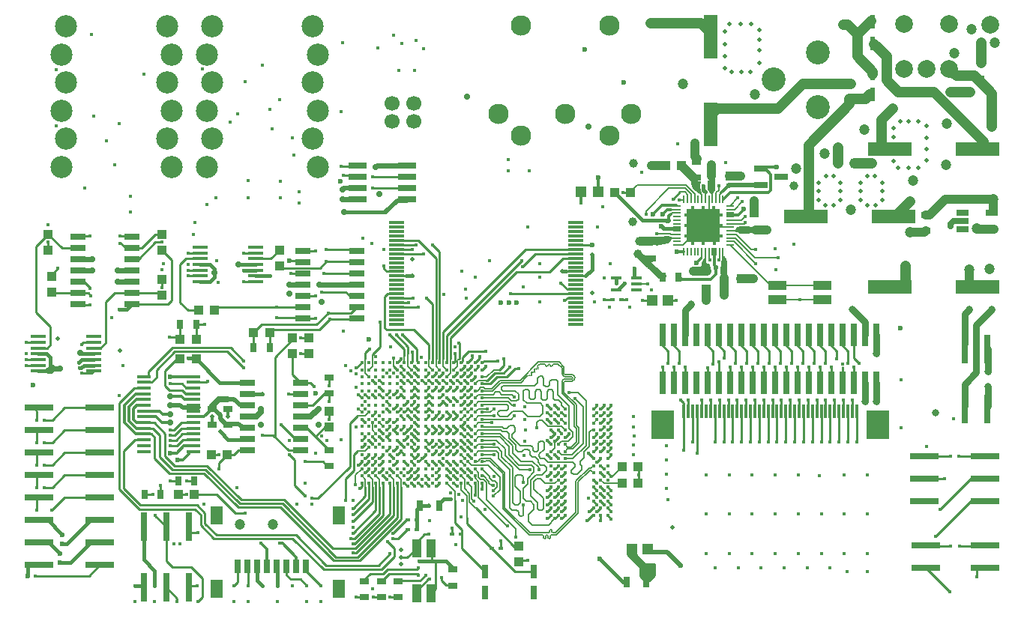
<source format=gtl>
G04 Layer_Physical_Order=1*
G04 Layer_Color=255*
%FSLAX44Y44*%
%MOMM*%
G71*
G01*
G75*
%ADD10C,0.1300*%
%ADD11R,0.7000X1.6000*%
%ADD12C,0.4000*%
%ADD13R,0.5500X0.4500*%
%ADD14R,1.1430X1.2700*%
%ADD15R,1.0000X1.0000*%
%ADD16R,1.0000X2.0000*%
%ADD17R,1.0000X0.8000*%
%ADD18R,1.2000X1.2000*%
%ADD19R,0.8000X1.0000*%
%ADD20R,1.0000X1.0000*%
%ADD21R,2.0000X1.0000*%
%ADD22R,3.2000X0.8000*%
%ADD23R,1.6000X0.3500*%
%ADD24R,1.7000X0.7000*%
%ADD25R,0.8000X3.2000*%
%ADD26R,5.0000X1.5000*%
%ADD27R,1.5000X5.0000*%
%ADD28R,0.6000X1.5000*%
%ADD29R,2.5000X3.2000*%
%ADD30R,0.3000X1.5000*%
%ADD31R,0.8000X1.5000*%
%ADD32R,1.4500X2.0000*%
%ADD33R,1.4000X0.7000*%
%ADD34R,1.5000X0.7000*%
%ADD35R,0.8000X2.5000*%
%ADD36R,1.7000X0.4000*%
%ADD37R,2.0000X0.7000*%
%ADD38R,1.5000X0.6000*%
%ADD39R,0.8000X1.2000*%
%ADD40R,1.7000X0.3000*%
%ADD41R,1.2000X0.4000*%
%ADD42R,3.7000X3.7000*%
%ADD43R,0.8500X0.1900*%
%ADD44R,0.1900X0.8500*%
%ADD45C,0.4500*%
%ADD46C,0.2500*%
%ADD47C,0.4000*%
%ADD48C,0.3500*%
%ADD49C,0.2000*%
%ADD50C,0.1840*%
%ADD51C,0.5000*%
%ADD52C,0.1500*%
%ADD53C,0.3420*%
%ADD54C,0.1400*%
%ADD55C,0.8000*%
%ADD56C,0.6000*%
%ADD57C,1.2000*%
%ADD58C,1.0000*%
%ADD59C,0.3000*%
%ADD60C,0.2540*%
%ADD61C,0.7000*%
%ADD62C,1.4000*%
%ADD63C,0.1000*%
%ADD64C,0.1830*%
%ADD65C,0.1340*%
%ADD66C,2.0000*%
%ADD67C,2.7000*%
%ADD68C,2.3000*%
%ADD69C,1.7000*%
%ADD70C,2.5000*%
%ADD71C,0.6000*%
%ADD72C,0.5000*%
%ADD73C,1.2000*%
%ADD74C,0.7000*%
%ADD75C,0.8000*%
%ADD76C,1.0000*%
G36*
X1005000Y1100000D02*
Y1098000D01*
X1004000Y1095000D01*
X1001000Y1093000D01*
X987000Y1090200D01*
Y1098000D01*
X982800D01*
X982000Y1100000D01*
X993000D01*
X1000000Y1101000D01*
X1005000Y1100000D01*
D02*
G37*
G36*
X1044000Y1071000D02*
X1048000Y1069000D01*
X1048800Y1065000D01*
X1039000D01*
Y1058167D01*
X1037000Y1057000D01*
X1039000Y1071000D01*
X1041000Y1074000D01*
X1042000Y1077000D01*
X1044000D01*
Y1071000D01*
D02*
G37*
G36*
X1067000Y1075000D02*
X1068000Y1072000D01*
X1068000Y1058000D01*
X1060000D01*
Y1051000D01*
X1060000D01*
X1060000Y1062999D01*
X1061000Y1070000D01*
X1062000Y1077000D01*
X1064000Y1079000D01*
X1067000Y1075000D01*
D02*
G37*
G36*
X1054000Y1153000D02*
X1053000Y1152000D01*
X1052000Y1149000D01*
X1050000D01*
X1047000Y1151000D01*
X1046000Y1154000D01*
X1046000Y1174000D01*
X1046000D01*
Y1164000D01*
X1054000D01*
Y1174000D01*
X1054000Y1153000D01*
D02*
G37*
G36*
X1034270Y1163000D02*
X1038000D01*
D01*
X1038000D01*
X1037000Y1158000D01*
X1038000Y1151000D01*
X1035000Y1150000D01*
X1030000Y1154000D01*
X1028000Y1157000D01*
X1026310Y1164762D01*
X1028000Y1164507D01*
Y1163000D01*
X1031730D01*
Y1167000D01*
X1034270D01*
Y1163000D01*
D02*
G37*
G36*
X1103000Y1112000D02*
X1093000D01*
Y1104000D01*
X1103000D01*
Y1104000D01*
X1081000Y1104000D01*
X1080000Y1105000D01*
X1077000Y1106000D01*
Y1108000D01*
X1079000Y1111000D01*
X1083000Y1112000D01*
X1103000Y1112000D01*
D02*
G37*
D10*
X869503Y763450D02*
G03*
X868203Y762150I0J-1300D01*
G01*
X865603D02*
G03*
X864303Y763450I-1300J0D01*
G01*
X865603Y759976D02*
G03*
X866903Y758676I1300J0D01*
G01*
X864303Y763450D02*
G03*
X863003Y762150I0J-1300D01*
G01*
X860403Y759976D02*
G03*
X861703Y758676I1300J0D01*
G01*
X860403Y762150D02*
G03*
X859103Y763450I-1300J0D01*
G01*
X869850Y768179D02*
G03*
X868550Y769479I-1300J0D01*
G01*
D02*
G03*
X867250Y768179I0J-1300D01*
G01*
X869850Y767050D02*
G03*
X871150Y765750I1300J0D01*
G01*
X866250D02*
G03*
X867250Y766750I0J1000D01*
G01*
X871550Y956500D02*
G03*
X870250Y955200I0J-1300D01*
G01*
X867650D02*
G03*
X866350Y956500I-1300J0D01*
G01*
X867650Y954872D02*
G03*
X868950Y953572I1300J0D01*
G01*
X866350Y956500D02*
G03*
X865050Y955200I0J-1300D01*
G01*
X862450D02*
G03*
X861150Y956500I-1300J0D01*
G01*
X862450Y954872D02*
G03*
X863750Y953572I1300J0D01*
G01*
X853864Y954661D02*
G03*
X853864Y952823I919J-919D01*
G01*
X854096Y950753D02*
G03*
X854096Y952591I-919J919D01*
G01*
X852026Y950985D02*
G03*
X850187Y950985I-919J-919D01*
G01*
D02*
G03*
X850187Y949146I919J-919D01*
G01*
X850419Y947076D02*
G03*
X850419Y948914I-919J919D01*
G01*
X848349Y947308D02*
G03*
X846510Y947308I-919J-919D01*
G01*
X848581Y947076D02*
G03*
X850419Y947076I919J919D01*
G01*
X846510Y947308D02*
G03*
X846510Y945469I919J-919D01*
G01*
X844904Y943399D02*
G03*
X846742Y943399I919J919D01*
G01*
X844672Y943631D02*
G03*
X842833Y943631I-919J-919D01*
G01*
X852258Y950753D02*
G03*
X854096Y950753I919J919D01*
G01*
X846742Y943399D02*
G03*
X846742Y945237I-919J919D01*
G01*
X868950Y953572D02*
G03*
X870250Y954872I0J1300D01*
G01*
X863750Y953572D02*
G03*
X865050Y954872I0J1300D01*
G01*
X866903Y758676D02*
G03*
X868203Y759976I0J1300D01*
G01*
X861703Y758676D02*
G03*
X863003Y759976I0J1300D01*
G01*
X884850Y937276D02*
G03*
X883550Y935976I0J-1300D01*
G01*
Y945776D02*
G03*
X884850Y944476I1300J0D01*
G01*
X892174Y937276D02*
G03*
X895774Y940876I0J3600D01*
G01*
D02*
G03*
X892174Y944476I-3600J0D01*
G01*
X884850Y939576D02*
G03*
X881250Y935976I0J-3600D01*
G01*
Y945776D02*
G03*
X884850Y942176I3600J0D01*
G01*
X892174Y939576D02*
G03*
X893474Y940876I0J1300D01*
G01*
D02*
G03*
X892174Y942176I-1300J0D01*
G01*
X869503Y763450D02*
X870803D01*
X868203Y759976D02*
Y762150D01*
X865603Y759976D02*
Y762150D01*
X858250Y763450D02*
X859103D01*
X863003Y759976D02*
Y762150D01*
X860403Y759976D02*
Y762150D01*
X871150Y765750D02*
X872450D01*
X869850Y767050D02*
Y768179D01*
X867250Y766750D02*
Y768179D01*
X871550Y956500D02*
X872850D01*
X870250Y954872D02*
Y955200D01*
X867650Y954872D02*
Y955200D01*
X859850Y956500D02*
X861150D01*
X865050Y954872D02*
Y955200D01*
X862450Y954872D02*
Y955200D01*
X853864Y954661D02*
X854783Y955581D01*
X853864Y952823D02*
X854096Y952591D01*
X852026Y950985D02*
X852258Y950753D01*
X850187Y950985D02*
X850187Y950985D01*
X850187Y949146D02*
X850419Y948914D01*
X848349Y947308D02*
X848581Y947076D01*
X846510Y947308D02*
X846510Y947308D01*
X846510Y945469D02*
X846742Y945237D01*
X844672Y943631D02*
X844904Y943399D01*
X841914Y942711D02*
X842833Y943631D01*
X833750Y937800D02*
X854750Y958800D01*
X791000Y846000D02*
X793900D01*
X796150Y849900D02*
X796250Y849800D01*
X789385Y849900D02*
X796150D01*
X787100Y847615D02*
X789385Y849900D01*
X787100Y847200D02*
Y847615D01*
X785900Y846000D02*
X787100Y847200D01*
X783000Y846000D02*
X785900D01*
X887620Y860374D02*
X892876D01*
X887676Y862674D02*
X891924D01*
X892876Y860374D02*
X900050Y867547D01*
X891924Y862674D02*
X897750Y868500D01*
X900050Y867547D02*
Y884450D01*
X897750Y868500D02*
Y883497D01*
X897250Y887250D02*
X900050Y884450D01*
X894950Y886297D02*
X897750Y883497D01*
X897250Y887250D02*
Y910550D01*
X894950Y886297D02*
Y909597D01*
X883550Y924250D02*
X897250Y910550D01*
X881250Y923297D02*
X894950Y909597D01*
X877703Y958800D02*
X883550Y952953D01*
X854750Y958800D02*
X877703D01*
X811050Y937800D02*
X833750D01*
X801550Y928300D02*
X811050Y937800D01*
X794215Y928300D02*
X801550D01*
X884798Y857552D02*
X887620Y860374D01*
X792616Y929900D02*
X794215Y928300D01*
X789385Y929900D02*
X792616D01*
X787100Y927615D02*
X789385Y929900D01*
X884798Y865552D02*
X887676Y862674D01*
X787100Y927200D02*
Y927615D01*
X785900Y926000D02*
X787100Y927200D01*
X783000Y926000D02*
X785900D01*
X793900D02*
X793900Y926000D01*
X791000Y926000D02*
X793900D01*
X793900Y926000D02*
X802503D01*
X812003Y935500D01*
X834703D01*
X854783Y955581D02*
X855703Y956500D01*
X841101Y941899D02*
X841914Y942711D01*
X834703Y935500D02*
X841101Y941899D01*
X875450Y956500D02*
X876750D01*
X872850D02*
X875450D01*
X857250D02*
X859850D01*
X855703D02*
X857250D01*
X876750D02*
X881250Y952000D01*
X796250Y849800D02*
X800453D01*
X816500Y833753D01*
Y794250D02*
Y833753D01*
Y794250D02*
X845000Y765750D01*
X872450D02*
X873750D01*
X896950Y788950D01*
Y824105D01*
X911547Y838702D01*
X913948D01*
X916798Y841552D01*
X793900Y846000D02*
X795400Y847500D01*
X799500D01*
X814200Y832800D01*
Y793297D02*
Y832800D01*
Y793297D02*
X844047Y763450D01*
X873403D02*
X874703D01*
X870803D02*
X873403D01*
X844047D02*
X858250D01*
X874703D02*
X899250Y787997D01*
Y823152D01*
X912500Y836402D01*
X913948D01*
X916798Y833552D01*
X883550Y924250D02*
Y935976D01*
Y945776D02*
Y952953D01*
X884850Y937276D02*
X892174D01*
X884850Y944476D02*
X892174D01*
X845000Y765750D02*
X866250D01*
X881250Y935976D02*
X881250Y923297D01*
X881250Y945776D02*
Y945776D01*
X881250Y952000D01*
X884850Y939576D02*
X892174D01*
X884850Y942176D02*
X892174D01*
X791001Y901999D02*
X800275D01*
X804280Y906002D01*
X916798Y889552D02*
Y889620D01*
X783000Y902000D02*
X787004Y906004D01*
X796658D01*
X916798Y897552D02*
X916802D01*
X916798D02*
X920796Y901550D01*
X916798Y889620D02*
X920764Y893586D01*
D11*
X794500Y698500D02*
D03*
X849500D02*
D03*
X794500Y721500D02*
D03*
X849500D02*
D03*
D12*
X916798Y833552D02*
D03*
Y841552D02*
D03*
X884798Y857552D02*
D03*
Y865552D02*
D03*
X868798Y905552D02*
D03*
Y897552D02*
D03*
Y889552D02*
D03*
Y881552D02*
D03*
Y873552D02*
D03*
Y865552D02*
D03*
Y857552D02*
D03*
Y849552D02*
D03*
Y841552D02*
D03*
Y833552D02*
D03*
Y825552D02*
D03*
Y817552D02*
D03*
Y809552D02*
D03*
Y801552D02*
D03*
Y793552D02*
D03*
Y785552D02*
D03*
X876798Y905552D02*
D03*
Y897552D02*
D03*
Y889552D02*
D03*
Y881552D02*
D03*
Y873552D02*
D03*
Y865552D02*
D03*
Y857552D02*
D03*
Y849552D02*
D03*
Y841552D02*
D03*
Y833552D02*
D03*
Y825552D02*
D03*
Y817552D02*
D03*
Y809552D02*
D03*
Y801552D02*
D03*
Y793552D02*
D03*
Y785552D02*
D03*
X884798Y905552D02*
D03*
Y897552D02*
D03*
Y889552D02*
D03*
Y881552D02*
D03*
Y873552D02*
D03*
Y849552D02*
D03*
Y841552D02*
D03*
Y833552D02*
D03*
Y825552D02*
D03*
Y817552D02*
D03*
Y809552D02*
D03*
Y801552D02*
D03*
Y793552D02*
D03*
Y785552D02*
D03*
X916798Y905552D02*
D03*
Y897552D02*
D03*
Y889552D02*
D03*
Y881552D02*
D03*
Y873552D02*
D03*
Y865552D02*
D03*
Y857552D02*
D03*
Y849552D02*
D03*
Y825552D02*
D03*
Y817552D02*
D03*
Y809552D02*
D03*
Y801552D02*
D03*
Y793552D02*
D03*
Y785552D02*
D03*
X924798Y905552D02*
D03*
Y897552D02*
D03*
Y889552D02*
D03*
Y881552D02*
D03*
Y873552D02*
D03*
Y865552D02*
D03*
Y857552D02*
D03*
Y849552D02*
D03*
Y833552D02*
D03*
Y825552D02*
D03*
Y817552D02*
D03*
Y809552D02*
D03*
Y801552D02*
D03*
Y793552D02*
D03*
Y785552D02*
D03*
X932798Y905552D02*
D03*
Y897552D02*
D03*
Y889552D02*
D03*
Y881552D02*
D03*
Y873552D02*
D03*
Y865552D02*
D03*
Y857552D02*
D03*
Y849552D02*
D03*
Y841552D02*
D03*
Y833552D02*
D03*
Y825552D02*
D03*
Y817552D02*
D03*
Y809552D02*
D03*
Y801552D02*
D03*
Y793552D02*
D03*
Y785552D02*
D03*
X924798Y841552D02*
D03*
X842500Y1111750D02*
D03*
X760000Y975679D02*
D03*
X765000Y980500D02*
D03*
X836750Y1066500D02*
D03*
X855750Y1069500D02*
D03*
X835500Y1073250D02*
D03*
X855750Y1054750D02*
D03*
X902250Y1138250D02*
D03*
X663625Y973625D02*
D03*
X822750Y1036000D02*
D03*
X837500Y1043250D02*
D03*
X855750Y1026500D02*
D03*
X880000Y1048000D02*
D03*
X349250Y1033500D02*
D03*
X312000Y1065000D02*
D03*
X466250Y1116250D02*
D03*
X872796Y781554D02*
D03*
X842420Y734750D02*
D03*
X781538Y801462D02*
D03*
X760037Y968297D02*
D03*
X783000Y808000D02*
D03*
X766750Y783750D02*
D03*
X811830Y756420D02*
D03*
X757000Y771000D02*
D03*
X791140Y814710D02*
D03*
X803270Y813030D02*
D03*
X803290Y819380D02*
D03*
X832250Y951000D02*
D03*
X809000Y960000D02*
D03*
X936800Y893550D02*
D03*
X872800Y909550D02*
D03*
X936800Y885550D02*
D03*
X958000Y1020750D02*
D03*
X822000Y952750D02*
D03*
X972123Y1028127D02*
D03*
X935750Y1070250D02*
D03*
X1010250Y1028000D02*
D03*
X982419Y1039919D02*
D03*
X929000Y1029250D02*
D03*
X934875Y1020750D02*
D03*
X954500Y1029250D02*
D03*
X918170Y1026920D02*
D03*
X929000Y1053625D02*
D03*
X731187Y779563D02*
D03*
X794500Y791750D02*
D03*
X687919Y976169D02*
D03*
X698999Y937998D02*
D03*
X706999D02*
D03*
X715000Y938000D02*
D03*
X691000Y946000D02*
D03*
X699000D02*
D03*
X707000D02*
D03*
X715000D02*
D03*
X699000Y954000D02*
D03*
X722000Y964000D02*
D03*
X715000Y954000D02*
D03*
X699000Y962000D02*
D03*
X691000Y963500D02*
D03*
X682999Y945998D02*
D03*
X648250Y929750D02*
D03*
X634000Y993250D02*
D03*
X707000Y914000D02*
D03*
X715000Y906000D02*
D03*
X707000D02*
D03*
X658800Y913900D02*
D03*
X651000Y906000D02*
D03*
X658999Y905998D02*
D03*
X683000Y922000D02*
D03*
X691000Y922000D02*
D03*
X675000Y922000D02*
D03*
X674999Y929998D02*
D03*
X683000Y914000D02*
D03*
X667000Y938000D02*
D03*
X675000D02*
D03*
X699000Y922000D02*
D03*
X591000Y822000D02*
D03*
X1264250Y884750D02*
D03*
X936796Y829550D02*
D03*
X779000Y866000D02*
D03*
X591000Y846000D02*
D03*
X880800Y837554D02*
D03*
Y829554D02*
D03*
X911250Y805250D02*
D03*
X920796Y813550D02*
D03*
X707000Y834000D02*
D03*
X674999Y833999D02*
D03*
X910752Y855502D02*
D03*
X803500Y807000D02*
D03*
X888810Y924540D02*
D03*
X470000Y766000D02*
D03*
X469000Y706000D02*
D03*
X523000Y788000D02*
D03*
X616000Y870000D02*
D03*
X310000Y1226000D02*
D03*
X348000Y1101000D02*
D03*
X381000Y1018000D02*
D03*
X431000Y1070000D02*
D03*
X465000Y1103000D02*
D03*
X338484Y978000D02*
D03*
X348000Y1023000D02*
D03*
X382000Y1093100D02*
D03*
X429000Y1094000D02*
D03*
X523000Y1276000D02*
D03*
X761000Y752750D02*
D03*
X971000Y1173000D02*
D03*
X632080Y871000D02*
D03*
X675000Y874000D02*
D03*
X667000Y874000D02*
D03*
X667000Y866000D02*
D03*
X659000Y866000D02*
D03*
X649000Y952000D02*
D03*
Y945000D02*
D03*
X949750Y1150500D02*
D03*
X667000Y702000D02*
D03*
X745000Y715000D02*
D03*
X1308000Y792000D02*
D03*
X1058000Y1074000D02*
D03*
X988000Y1104000D02*
D03*
X1100000Y1070000D02*
D03*
X1125000Y1077000D02*
D03*
X978000Y1047000D02*
D03*
X999000Y832000D02*
D03*
Y848000D02*
D03*
Y864000D02*
D03*
X1100000Y1086000D02*
D03*
X1024000Y916000D02*
D03*
X1015000Y916000D02*
D03*
X1330000Y751000D02*
D03*
X1320000D02*
D03*
X1313000Y827000D02*
D03*
X1329000Y852000D02*
D03*
X1303500Y761500D02*
D03*
X1019000Y859000D02*
D03*
X1029000Y868000D02*
D03*
X1034000Y856000D02*
D03*
X999000Y816000D02*
D03*
X1293000Y863000D02*
D03*
X1320000Y852000D02*
D03*
X952000Y1048000D02*
D03*
X584000Y1138000D02*
D03*
X768000Y1061000D02*
D03*
X610000Y875000D02*
D03*
X769000Y802000D02*
D03*
X815000Y962000D02*
D03*
X618000Y894000D02*
D03*
X1225974Y721973D02*
D03*
X1202973Y721973D02*
D03*
X1183973Y725974D02*
D03*
X1157973Y725974D02*
D03*
X1132000D02*
D03*
X1106000D02*
D03*
X1080000Y726046D02*
D03*
X1053973Y725974D02*
D03*
X1172000Y830000D02*
D03*
X1044000Y831000D02*
D03*
X1069974Y831000D02*
D03*
X1096000Y831000D02*
D03*
X1122000D02*
D03*
X1148000D02*
D03*
X1200000D02*
D03*
X1226000D02*
D03*
X1044000Y787000D02*
D03*
X1069974Y787000D02*
D03*
X1096000Y787000D02*
D03*
X1122000D02*
D03*
X1148000D02*
D03*
X1174000D02*
D03*
X1200000D02*
D03*
X1226000D02*
D03*
X1226000Y742000D02*
D03*
X1200000D02*
D03*
X1174000D02*
D03*
X1148000D02*
D03*
X1122000D02*
D03*
X1096000D02*
D03*
X1069973Y742000D02*
D03*
X1044000Y742000D02*
D03*
X1134000Y868000D02*
D03*
X1124000D02*
D03*
X1119000Y916000D02*
D03*
X1129000Y916000D02*
D03*
X1154000Y868000D02*
D03*
X1149000Y916000D02*
D03*
X1139000Y916000D02*
D03*
X1164000Y868000D02*
D03*
X1174000D02*
D03*
X1184000D02*
D03*
X783000Y1055000D02*
D03*
X772000Y1040920D02*
D03*
X773000Y1031000D02*
D03*
X748000Y1035000D02*
D03*
X799000Y1073000D02*
D03*
X701000Y989000D02*
D03*
X694000D02*
D03*
X884000Y1028000D02*
D03*
X724996Y1081000D02*
D03*
X711998Y1086002D02*
D03*
X707750Y1026000D02*
D03*
X718998Y1020998D02*
D03*
X680000Y1067000D02*
D03*
X895971Y917460D02*
D03*
X763000Y938000D02*
D03*
X771001Y937998D02*
D03*
X731001D02*
D03*
X755001D02*
D03*
X747001D02*
D03*
X739001D02*
D03*
X723000Y938000D02*
D03*
X738999Y945998D02*
D03*
X731000Y946000D02*
D03*
X1069000Y916000D02*
D03*
X762998Y945998D02*
D03*
X1216350Y957200D02*
D03*
X788000Y965000D02*
D03*
X779000Y954000D02*
D03*
X787000D02*
D03*
X755250Y811000D02*
D03*
X1147000Y953000D02*
D03*
X1000950Y957200D02*
D03*
X1013650D02*
D03*
X1020000Y953000D02*
D03*
X994600D02*
D03*
X1007300D02*
D03*
X1197800Y956000D02*
D03*
X1210500Y953000D02*
D03*
X1159700D02*
D03*
X1185100D02*
D03*
X1172400D02*
D03*
X1096200D02*
D03*
X1108900D02*
D03*
X1134300D02*
D03*
X1121600D02*
D03*
X1083500D02*
D03*
X1054000Y868000D02*
D03*
X1049000Y916000D02*
D03*
X1209000D02*
D03*
X1189000Y916000D02*
D03*
X1199000Y916000D02*
D03*
X1169000D02*
D03*
X1179000D02*
D03*
X1159000Y916000D02*
D03*
X1089000Y916000D02*
D03*
X1099000D02*
D03*
X1109000D02*
D03*
X1079000D02*
D03*
X1214000Y868000D02*
D03*
X1204000D02*
D03*
X1144000D02*
D03*
X1194000D02*
D03*
X1104000D02*
D03*
X1114000D02*
D03*
X1084000D02*
D03*
X1059000Y916000D02*
D03*
X1204150Y957200D02*
D03*
X1191450Y962200D02*
D03*
X1178750Y957200D02*
D03*
X1166050D02*
D03*
X1153350D02*
D03*
X1140650D02*
D03*
X1127950D02*
D03*
X1115250D02*
D03*
X1102550D02*
D03*
X1089850D02*
D03*
X1077150D02*
D03*
X731000Y764000D02*
D03*
X764250Y809000D02*
D03*
X645000Y753000D02*
D03*
X305000Y791000D02*
D03*
X296000Y842200D02*
D03*
X288000D02*
D03*
X727000Y718000D02*
D03*
X732000Y713000D02*
D03*
X720000Y734000D02*
D03*
X719000Y718000D02*
D03*
X719000Y726000D02*
D03*
X1094000Y868000D02*
D03*
X1058000Y1158000D02*
D03*
X1143000Y1092000D02*
D03*
X1085000Y1140000D02*
D03*
X1012000Y1205000D02*
D03*
X1066000Y1184000D02*
D03*
X1150000Y1029000D02*
D03*
X1079750Y1144000D02*
D03*
X1088000Y1123000D02*
D03*
X1088000Y1116000D02*
D03*
X976000Y1126000D02*
D03*
X1006500Y1143000D02*
D03*
X1013500Y1141750D02*
D03*
X1041000Y1158000D02*
D03*
X542874Y876000D02*
D03*
X514000Y817000D02*
D03*
X439000Y824000D02*
D03*
X419000Y809000D02*
D03*
X457000Y824000D02*
D03*
X564000Y888000D02*
D03*
X572100Y922400D02*
D03*
X586000Y968000D02*
D03*
Y986000D02*
D03*
X618000Y914000D02*
D03*
X422000Y785000D02*
D03*
X457000Y809000D02*
D03*
X618000Y932000D02*
D03*
X582000Y798000D02*
D03*
X573000Y854000D02*
D03*
Y870000D02*
D03*
X643000Y759000D02*
D03*
X645000Y765000D02*
D03*
X459000Y963000D02*
D03*
X494000Y854000D02*
D03*
X385000Y955000D02*
D03*
X381000Y921000D02*
D03*
X296000Y867600D02*
D03*
X288000Y893000D02*
D03*
X296000D02*
D03*
X656000Y1099000D02*
D03*
X666000Y1093000D02*
D03*
X439000Y864000D02*
D03*
Y870000D02*
D03*
Y876000D02*
D03*
Y882000D02*
D03*
X653000Y816000D02*
D03*
X667000Y890000D02*
D03*
X645000Y772000D02*
D03*
Y786000D02*
D03*
Y779000D02*
D03*
X667000Y850000D02*
D03*
X659000D02*
D03*
X615000Y1072000D02*
D03*
X603000Y1033300D02*
D03*
X617000Y1014000D02*
D03*
X680000Y1086000D02*
D03*
X715000Y1288000D02*
D03*
X697000D02*
D03*
X578000Y1193000D02*
D03*
X725000Y1313000D02*
D03*
X716000Y1322000D02*
D03*
X691000Y1328000D02*
D03*
X700000Y1319000D02*
D03*
X551000Y1244000D02*
D03*
X673000Y1314000D02*
D03*
X658997Y890000D02*
D03*
X675000Y890000D02*
D03*
X551000Y1056000D02*
D03*
X336000Y952000D02*
D03*
X527000Y706000D02*
D03*
X543000D02*
D03*
X577000D02*
D03*
X560000D02*
D03*
X609000D02*
D03*
X593000D02*
D03*
X511000D02*
D03*
X288000Y791400D02*
D03*
Y816800D02*
D03*
X296000D02*
D03*
X288000Y867600D02*
D03*
X399000Y706000D02*
D03*
X421000D02*
D03*
X394000Y1128000D02*
D03*
X286000Y717000D02*
D03*
X459000Y1062500D02*
D03*
X778998Y945998D02*
D03*
X675000Y850000D02*
D03*
X707000Y874000D02*
D03*
X730999Y857998D02*
D03*
X666999Y897998D02*
D03*
X603000Y1007900D02*
D03*
Y1084100D02*
D03*
X490000Y1144000D02*
D03*
X342000Y1155000D02*
D03*
X563000Y1163000D02*
D03*
X554000Y1222000D02*
D03*
X563000Y1144000D02*
D03*
X527000D02*
D03*
X506000Y1230000D02*
D03*
X577000Y1212000D02*
D03*
X562000Y1255000D02*
D03*
X543000Y1294000D02*
D03*
X515000Y1239000D02*
D03*
X475000Y1290000D02*
D03*
X521484Y1062500D02*
D03*
X459000Y1056000D02*
D03*
Y1082000D02*
D03*
X1064000Y868000D02*
D03*
X1074000D02*
D03*
X1061000Y1124750D02*
D03*
Y1112750D02*
D03*
Y1100750D02*
D03*
X1029000Y1092750D02*
D03*
X1053000D02*
D03*
X1041000D02*
D03*
X844000Y1174500D02*
D03*
X820696Y1187500D02*
D03*
Y1174500D02*
D03*
X382000Y1101000D02*
D03*
X310000Y1289000D02*
D03*
X352000Y1237000D02*
D03*
X409000Y1284000D02*
D03*
X367000Y1209000D02*
D03*
X350000Y1329000D02*
D03*
X394000Y1146000D02*
D03*
X381000Y1228000D02*
D03*
X429000Y1043000D02*
D03*
X301000Y1094000D02*
D03*
X376000Y1182000D02*
D03*
X429000Y1063000D02*
D03*
X301000Y1114000D02*
D03*
X348000Y1042300D02*
D03*
X373000Y1009000D02*
D03*
X276000Y981000D02*
D03*
Y961500D02*
D03*
Y955000D02*
D03*
Y968000D02*
D03*
X667000Y1167700D02*
D03*
Y1155000D02*
D03*
X521484Y1082000D02*
D03*
X612000Y1058700D02*
D03*
X632000Y1180000D02*
D03*
X633434Y1319907D02*
D03*
X632000Y1241500D02*
D03*
X339000Y946000D02*
D03*
X335502Y958502D02*
D03*
X619000Y1006900D02*
D03*
X574548Y1058700D02*
D03*
X610000Y1038000D02*
D03*
X615000Y1086000D02*
D03*
X559000Y1020600D02*
D03*
Y1009000D02*
D03*
X459000Y1069000D02*
D03*
X493000Y1049000D02*
D03*
X491000Y1073000D02*
D03*
X450000Y753000D02*
D03*
X443000D02*
D03*
X1048000Y1074000D02*
D03*
X634000Y1170000D02*
D03*
X1021000Y1125250D02*
D03*
Y1113250D02*
D03*
Y1101250D02*
D03*
X1028750Y1133000D02*
D03*
X1040750D02*
D03*
X1052750D02*
D03*
X439000Y934000D02*
D03*
X494000Y838000D02*
D03*
X477000Y798000D02*
D03*
X428000Y819000D02*
D03*
X645000Y743000D02*
D03*
X714999Y825998D02*
D03*
X649000Y693000D02*
D03*
X668000Y693000D02*
D03*
X687000D02*
D03*
Y742000D02*
D03*
X739000Y834000D02*
D03*
X731002Y825996D02*
D03*
X738999Y825998D02*
D03*
X690000Y759000D02*
D03*
Y765000D02*
D03*
X684000Y756000D02*
D03*
X755500Y804000D02*
D03*
X707002Y817999D02*
D03*
X723002D02*
D03*
X731002D02*
D03*
X738999Y817998D02*
D03*
X715002Y817999D02*
D03*
X755000Y834000D02*
D03*
X779000Y826000D02*
D03*
X771000Y874000D02*
D03*
X747000Y922000D02*
D03*
X763000Y866000D02*
D03*
X755000Y914000D02*
D03*
Y858000D02*
D03*
Y842000D02*
D03*
Y898000D02*
D03*
X739000D02*
D03*
X754999Y865998D02*
D03*
X715000Y914000D02*
D03*
X731000Y906000D02*
D03*
X715000Y858000D02*
D03*
X691000Y882000D02*
D03*
Y858000D02*
D03*
X747000Y850000D02*
D03*
X771000Y866000D02*
D03*
X762999Y857998D02*
D03*
X763000Y914000D02*
D03*
X699000Y858000D02*
D03*
X683000Y890000D02*
D03*
X730999Y921998D02*
D03*
X691000Y906000D02*
D03*
X698999Y897998D02*
D03*
X739000Y882000D02*
D03*
X731000Y898000D02*
D03*
X699000Y906000D02*
D03*
X723000Y826000D02*
D03*
X707000Y882000D02*
D03*
X715000Y842000D02*
D03*
X778999Y929998D02*
D03*
X763000Y898000D02*
D03*
X666999Y833999D02*
D03*
X763000Y834000D02*
D03*
X731000Y930000D02*
D03*
X690999Y889998D02*
D03*
X691000Y850000D02*
D03*
X667000Y922000D02*
D03*
X755000Y826000D02*
D03*
X715000Y834000D02*
D03*
X658999Y833999D02*
D03*
X747000Y842000D02*
D03*
X771000Y834000D02*
D03*
X739000Y842000D02*
D03*
X706999Y841998D02*
D03*
Y825998D02*
D03*
X770999Y913998D02*
D03*
X763000Y930000D02*
D03*
X754998Y929998D02*
D03*
X747000Y930000D02*
D03*
X739000D02*
D03*
X715000D02*
D03*
Y850000D02*
D03*
X699000Y930000D02*
D03*
X683000Y906000D02*
D03*
Y858000D02*
D03*
X779000Y834000D02*
D03*
X691000Y842000D02*
D03*
X738999Y857998D02*
D03*
X770999Y945998D02*
D03*
X763000Y826000D02*
D03*
X746998Y865998D02*
D03*
X715000Y874000D02*
D03*
X699000Y882000D02*
D03*
X763000Y842000D02*
D03*
X746999Y945998D02*
D03*
X731000Y842000D02*
D03*
X771000Y882000D02*
D03*
X699000Y866000D02*
D03*
X747000Y858000D02*
D03*
X722999Y849998D02*
D03*
X674999Y881998D02*
D03*
X747000Y914000D02*
D03*
X755000Y882000D02*
D03*
X747000Y898000D02*
D03*
Y882000D02*
D03*
X763000Y818000D02*
D03*
X731000Y914000D02*
D03*
X715000Y922000D02*
D03*
Y898000D02*
D03*
X707000D02*
D03*
X675000D02*
D03*
X731000Y882000D02*
D03*
X739000Y866000D02*
D03*
X731000D02*
D03*
X715000Y866000D02*
D03*
Y890000D02*
D03*
Y882000D02*
D03*
X707000Y866000D02*
D03*
X779000Y858000D02*
D03*
X771000Y930000D02*
D03*
X778999Y913998D02*
D03*
X771000Y858000D02*
D03*
X779000Y850000D02*
D03*
Y922000D02*
D03*
X770999Y921998D02*
D03*
X928800Y877550D02*
D03*
X936800D02*
D03*
Y861550D02*
D03*
Y853550D02*
D03*
X928800Y861550D02*
D03*
Y909550D02*
D03*
X920800D02*
D03*
X804277Y897990D02*
D03*
X828620Y760466D02*
D03*
X872800Y893550D02*
D03*
X804280Y829050D02*
D03*
X880796Y797554D02*
D03*
X864800Y853550D02*
D03*
X880800Y901550D02*
D03*
Y893550D02*
D03*
X872800Y901550D02*
D03*
X864800D02*
D03*
Y893550D02*
D03*
X888796Y877550D02*
D03*
X872796Y829554D02*
D03*
X864796D02*
D03*
X880796Y805554D02*
D03*
X864796Y813554D02*
D03*
X872796D02*
D03*
X880796D02*
D03*
X872796Y805554D02*
D03*
X864796D02*
D03*
Y797554D02*
D03*
X872796D02*
D03*
X880796Y789554D02*
D03*
X864796Y781554D02*
D03*
X936796Y781550D02*
D03*
Y789550D02*
D03*
Y797550D02*
D03*
Y805550D02*
D03*
X928796D02*
D03*
X920796D02*
D03*
X928796Y813550D02*
D03*
X936796D02*
D03*
X920800Y869550D02*
D03*
Y877550D02*
D03*
X936800Y901550D02*
D03*
X928800D02*
D03*
X936800Y909550D02*
D03*
X837299Y822696D02*
D03*
X838290Y853480D02*
D03*
X967700Y831000D02*
D03*
X779000Y906000D02*
D03*
X771000D02*
D03*
Y898000D02*
D03*
X779000D02*
D03*
X771000Y842000D02*
D03*
Y850000D02*
D03*
X794999Y953998D02*
D03*
X779002Y938002D02*
D03*
X446000Y688000D02*
D03*
X470000Y688000D02*
D03*
X511000Y688000D02*
D03*
X527000D02*
D03*
X593000D02*
D03*
X609000D02*
D03*
X399000D02*
D03*
X421000D02*
D03*
X560000D02*
D03*
X771000Y954000D02*
D03*
X780000Y966000D02*
D03*
X795000Y971000D02*
D03*
X1064450Y963200D02*
D03*
X1058100Y959000D02*
D03*
X1051750Y956200D02*
D03*
X1045400Y952000D02*
D03*
X1070800Y953000D02*
D03*
X1039000Y916000D02*
D03*
X584000Y1151000D02*
D03*
X601000Y931000D02*
D03*
X522000Y960000D02*
D03*
Y952000D02*
D03*
X478000Y1001000D02*
D03*
X438000Y987000D02*
D03*
X962000Y885500D02*
D03*
X961500Y896750D02*
D03*
X872796Y877550D02*
D03*
X880796Y877554D02*
D03*
X928796Y829550D02*
D03*
X763000Y882000D02*
D03*
X837300Y797050D02*
D03*
X521484Y1049500D02*
D03*
X683000Y882000D02*
D03*
X659000Y874000D02*
D03*
X683000Y874000D02*
D03*
X675000Y866000D02*
D03*
X671000Y964500D02*
D03*
X698995Y834005D02*
D03*
X691000Y834000D02*
D03*
X683000D02*
D03*
X683000Y826000D02*
D03*
X637000Y955000D02*
D03*
X643000Y949000D02*
D03*
X649000Y885000D02*
D03*
X603000Y856000D02*
D03*
X921000Y1111000D02*
D03*
X687000Y989000D02*
D03*
X676000Y1004000D02*
D03*
X963000Y1065000D02*
D03*
X941998Y1047998D02*
D03*
X1001000Y803000D02*
D03*
X1350000Y716000D02*
D03*
X1319000Y699010D02*
D03*
X980000Y1066000D02*
D03*
X527000Y1164000D02*
D03*
X480000Y1137000D02*
D03*
X927000Y1134000D02*
D03*
X1123050Y1062800D02*
D03*
X838700Y869600D02*
D03*
X880796Y781554D02*
D03*
X804280Y866000D02*
D03*
X778998Y874002D02*
D03*
X804273Y854006D02*
D03*
X779000Y882001D02*
D03*
X872800Y837554D02*
D03*
Y853550D02*
D03*
X928800Y869550D02*
D03*
X936800D02*
D03*
X962500Y875250D02*
D03*
X962000Y864900D02*
D03*
X928796Y797550D02*
D03*
X920796D02*
D03*
X880796Y821554D02*
D03*
X920796Y821550D02*
D03*
X864800Y909550D02*
D03*
X819750Y773167D02*
D03*
X911800Y789554D02*
D03*
X909800Y779804D02*
D03*
X920800Y789554D02*
D03*
X924798Y779048D02*
D03*
X961750Y853750D02*
D03*
X651000Y922000D02*
D03*
X659000D02*
D03*
X855074Y836666D02*
D03*
X844921D02*
D03*
X801500Y890000D02*
D03*
X852500Y884250D02*
D03*
X648000Y820000D02*
D03*
X591000Y807000D02*
D03*
X598500Y797750D02*
D03*
X645000Y793000D02*
D03*
X645000Y802000D02*
D03*
X637000D02*
D03*
X598750Y804750D02*
D03*
X562000Y753750D02*
D03*
X541000Y754000D02*
D03*
X839550Y881650D02*
D03*
X771000Y890000D02*
D03*
X928796Y837550D02*
D03*
X920796Y845554D02*
D03*
X920799Y861549D02*
D03*
X864796Y789554D02*
D03*
X872796D02*
D03*
X1122000Y1086553D02*
D03*
X712500Y970000D02*
D03*
X735250Y1091000D02*
D03*
X716750D02*
D03*
X728250Y1031000D02*
D03*
X713250D02*
D03*
X864630Y869720D02*
D03*
X651002Y841999D02*
D03*
X659002D02*
D03*
X667002D02*
D03*
X675002D02*
D03*
X872800Y869551D02*
D03*
X480750Y937000D02*
D03*
X1323250Y895000D02*
D03*
X1263750Y938250D02*
D03*
X928800Y885550D02*
D03*
Y893550D02*
D03*
X796660Y906002D02*
D03*
X804280D02*
D03*
X827140Y897617D02*
D03*
X838740Y893630D02*
D03*
X827140Y919190D02*
D03*
X839120Y908140D02*
D03*
X827138Y909554D02*
D03*
X920800Y893550D02*
D03*
X920796Y901550D02*
D03*
D13*
X948330Y1029250D02*
D03*
X938170D02*
D03*
X811830Y748250D02*
D03*
X801670D02*
D03*
X756920Y764250D02*
D03*
X767080D02*
D03*
X717000Y769000D02*
D03*
X706840D02*
D03*
X716987Y780435D02*
D03*
X706827D02*
D03*
D14*
X1000449Y1028127D02*
D03*
X982669D02*
D03*
X977949Y747127D02*
D03*
X960169D02*
D03*
D15*
X967100Y821500D02*
D03*
X949100D02*
D03*
X958750Y1150500D02*
D03*
X940750D02*
D03*
X448000Y809000D02*
D03*
X466000D02*
D03*
X577000Y968000D02*
D03*
X595000D02*
D03*
X577000Y986000D02*
D03*
X595000D02*
D03*
X450000Y962000D02*
D03*
X468000D02*
D03*
X485000Y854000D02*
D03*
X503000D02*
D03*
X998000Y1181000D02*
D03*
X1016000D02*
D03*
X471000Y1017000D02*
D03*
X489000D02*
D03*
X533000Y992000D02*
D03*
X551000D02*
D03*
X450000Y984000D02*
D03*
X468000D02*
D03*
X967300Y840500D02*
D03*
X949300D02*
D03*
D16*
X717000Y697600D02*
D03*
X733000D02*
D03*
X717000Y748400D02*
D03*
X733000D02*
D03*
D17*
X758000Y706000D02*
D03*
Y724000D02*
D03*
X1044000Y1043000D02*
D03*
Y1061000D02*
D03*
X1098000Y1126000D02*
D03*
Y1108000D02*
D03*
X618000Y923000D02*
D03*
Y941000D02*
D03*
Y859000D02*
D03*
Y841000D02*
D03*
X504000Y888000D02*
D03*
Y906000D02*
D03*
X486000Y888000D02*
D03*
Y906000D02*
D03*
X1292000Y1107000D02*
D03*
Y1125000D02*
D03*
X1033000Y1167000D02*
D03*
Y1185000D02*
D03*
X982000Y1094000D02*
D03*
Y1076000D02*
D03*
X658000Y693000D02*
D03*
Y711000D02*
D03*
X677000Y693000D02*
D03*
Y711000D02*
D03*
X696000Y693000D02*
D03*
Y711000D02*
D03*
D18*
X922250Y1151250D02*
D03*
X902250D02*
D03*
D19*
X1082000Y1053000D02*
D03*
X1064000D02*
D03*
X1051000Y1169000D02*
D03*
X1069000D02*
D03*
X428000Y809000D02*
D03*
X410000D02*
D03*
X466000Y824000D02*
D03*
X448000D02*
D03*
X1193000Y1183000D02*
D03*
X1211000D02*
D03*
X1013000Y1055000D02*
D03*
X995000D02*
D03*
X551000Y975000D02*
D03*
X533000D02*
D03*
X468000Y1001000D02*
D03*
X450000D02*
D03*
D20*
X618000Y885000D02*
D03*
Y903000D02*
D03*
X562000Y1085000D02*
D03*
Y1067000D02*
D03*
X304500Y1055500D02*
D03*
Y1037500D02*
D03*
X429000Y1085000D02*
D03*
Y1103000D02*
D03*
X301000Y1085000D02*
D03*
Y1103000D02*
D03*
X429000Y1052000D02*
D03*
Y1034000D02*
D03*
X832250Y750750D02*
D03*
Y732750D02*
D03*
D21*
X1124600Y1045000D02*
D03*
Y1029000D02*
D03*
X1175400Y1045000D02*
D03*
Y1029000D02*
D03*
D22*
X1290710Y801600D02*
D03*
Y827000D02*
D03*
Y852400D02*
D03*
X1359290Y801600D02*
D03*
Y827000D02*
D03*
Y852400D02*
D03*
X1291710Y751700D02*
D03*
Y726300D02*
D03*
X1359020D02*
D03*
Y751700D02*
D03*
X359290Y906900D02*
D03*
Y881500D02*
D03*
Y856100D02*
D03*
X290710Y906900D02*
D03*
Y881500D02*
D03*
Y856100D02*
D03*
Y779900D02*
D03*
Y805300D02*
D03*
Y830700D02*
D03*
X359290Y779900D02*
D03*
Y805300D02*
D03*
Y830700D02*
D03*
X290710Y729100D02*
D03*
Y754500D02*
D03*
X359290Y729100D02*
D03*
Y754500D02*
D03*
D23*
X465000Y922750D02*
D03*
Y935750D02*
D03*
Y942250D02*
D03*
Y929250D02*
D03*
Y870750D02*
D03*
Y883750D02*
D03*
Y890250D02*
D03*
Y877250D02*
D03*
Y903250D02*
D03*
Y916250D02*
D03*
Y909750D02*
D03*
Y896750D02*
D03*
Y864250D02*
D03*
Y857750D02*
D03*
X409000Y935750D02*
D03*
Y922750D02*
D03*
Y909750D02*
D03*
Y896750D02*
D03*
Y903250D02*
D03*
Y916250D02*
D03*
Y929250D02*
D03*
Y942250D02*
D03*
Y883750D02*
D03*
Y870750D02*
D03*
Y857750D02*
D03*
Y864250D02*
D03*
Y877250D02*
D03*
Y890250D02*
D03*
D24*
X586226Y935100D02*
D03*
Y922400D02*
D03*
Y909700D02*
D03*
Y897000D02*
D03*
Y884300D02*
D03*
Y871600D02*
D03*
Y858900D02*
D03*
X525774D02*
D03*
Y871600D02*
D03*
Y884300D02*
D03*
Y897000D02*
D03*
Y909700D02*
D03*
Y922400D02*
D03*
Y935100D02*
D03*
X334774Y1100100D02*
D03*
Y1087400D02*
D03*
Y1074700D02*
D03*
Y1062000D02*
D03*
Y1049300D02*
D03*
Y1036600D02*
D03*
Y1023900D02*
D03*
X395226D02*
D03*
Y1036600D02*
D03*
Y1049300D02*
D03*
Y1062000D02*
D03*
Y1074700D02*
D03*
Y1087400D02*
D03*
Y1100100D02*
D03*
X588774Y1084100D02*
D03*
Y1071400D02*
D03*
Y1058700D02*
D03*
Y1046000D02*
D03*
Y1033300D02*
D03*
Y1020600D02*
D03*
Y1007900D02*
D03*
X649226D02*
D03*
Y1020600D02*
D03*
Y1033300D02*
D03*
Y1046000D02*
D03*
Y1058700D02*
D03*
Y1071400D02*
D03*
Y1084100D02*
D03*
D25*
X1336300Y973020D02*
D03*
X1361700D02*
D03*
Y905710D02*
D03*
X1336300D02*
D03*
X408600Y772290D02*
D03*
X434000D02*
D03*
X459400D02*
D03*
X408600Y703710D02*
D03*
X434000D02*
D03*
X459400D02*
D03*
D26*
X1255530Y1123000D02*
D03*
X1156470D02*
D03*
X1251470Y1044000D02*
D03*
X1350530D02*
D03*
X1251470Y1199000D02*
D03*
X1350530D02*
D03*
D27*
X1049000Y1227000D02*
D03*
Y1326060D02*
D03*
D28*
X1232000Y1260992D02*
D03*
Y1285008D02*
D03*
Y1318992D02*
D03*
Y1343008D02*
D03*
X1356000Y1274992D02*
D03*
Y1299008D02*
D03*
D29*
X1238130Y887760D02*
D03*
X994870D02*
D03*
D30*
X1214000Y903000D02*
D03*
X1209000D02*
D03*
X1204000D02*
D03*
X1199000D02*
D03*
X1194000D02*
D03*
X1189000D02*
D03*
X1184000D02*
D03*
X1179000D02*
D03*
X1174000D02*
D03*
X1169000D02*
D03*
X1164000D02*
D03*
X1159000D02*
D03*
X1154000D02*
D03*
X1149000D02*
D03*
X1144000D02*
D03*
X1139000D02*
D03*
X1134000D02*
D03*
X1129000D02*
D03*
X1124000D02*
D03*
X1119000D02*
D03*
X1114000D02*
D03*
X1109000D02*
D03*
X1104000D02*
D03*
X1099000D02*
D03*
X1094000D02*
D03*
X1089000D02*
D03*
X1084000D02*
D03*
X1079000D02*
D03*
X1074000D02*
D03*
X1069000D02*
D03*
X1064000D02*
D03*
X1059000D02*
D03*
X1054000D02*
D03*
X1049000D02*
D03*
X1044000D02*
D03*
X1039000D02*
D03*
X1034000D02*
D03*
X1029000D02*
D03*
X1024000D02*
D03*
X1019000D02*
D03*
D31*
X570000Y728000D02*
D03*
X526000D02*
D03*
X537000D02*
D03*
X559000D02*
D03*
X548000D02*
D03*
X581000D02*
D03*
X515000D02*
D03*
X592000D02*
D03*
D32*
X628750Y785000D02*
D03*
X491250D02*
D03*
Y702000D02*
D03*
X628750D02*
D03*
D33*
X1366770Y1127500D02*
D03*
Y1108500D02*
D03*
X1333230D02*
D03*
Y1118000D02*
D03*
Y1127500D02*
D03*
D34*
X1105443Y1177525D02*
D03*
Y1158475D02*
D03*
X1128557Y1168000D02*
D03*
D35*
X1235900Y935000D02*
D03*
Y989000D02*
D03*
X1223200D02*
D03*
Y935000D02*
D03*
X1185100Y989000D02*
D03*
X1210500D02*
D03*
X1197800D02*
D03*
X1172400D02*
D03*
X1159700D02*
D03*
X1147000D02*
D03*
X1134300D02*
D03*
X1121600D02*
D03*
X1108900D02*
D03*
X1096200D02*
D03*
X1083500D02*
D03*
X1070800D02*
D03*
X1058100D02*
D03*
X1045400D02*
D03*
X1032700D02*
D03*
X1020000D02*
D03*
X1007300D02*
D03*
X994600D02*
D03*
X1007300Y935000D02*
D03*
X1020000D02*
D03*
X1032700D02*
D03*
X1045400D02*
D03*
X1058100D02*
D03*
X1070800D02*
D03*
X1083500D02*
D03*
X1096200D02*
D03*
X1108900D02*
D03*
X1121600D02*
D03*
X1134300D02*
D03*
X1147000D02*
D03*
X1159700D02*
D03*
X1172400D02*
D03*
X1185100D02*
D03*
X1210500D02*
D03*
X1197800D02*
D03*
X994600D02*
D03*
D36*
X289758Y948500D02*
D03*
Y955000D02*
D03*
Y961500D02*
D03*
Y968000D02*
D03*
Y974500D02*
D03*
Y981000D02*
D03*
Y987500D02*
D03*
X352242Y987500D02*
D03*
Y981000D02*
D03*
Y974500D02*
D03*
Y968000D02*
D03*
Y961500D02*
D03*
Y955000D02*
D03*
Y948500D02*
D03*
X472758Y1049500D02*
D03*
Y1056000D02*
D03*
Y1062500D02*
D03*
Y1069000D02*
D03*
Y1075500D02*
D03*
Y1082000D02*
D03*
Y1088500D02*
D03*
X535242Y1088500D02*
D03*
Y1082000D02*
D03*
Y1075500D02*
D03*
Y1069000D02*
D03*
Y1062500D02*
D03*
Y1056000D02*
D03*
Y1049500D02*
D03*
D37*
X705940Y1142300D02*
D03*
Y1155000D02*
D03*
Y1167700D02*
D03*
Y1180400D02*
D03*
X650060D02*
D03*
Y1167700D02*
D03*
Y1155000D02*
D03*
Y1142300D02*
D03*
D38*
X1324008Y1263000D02*
D03*
X1299992D02*
D03*
D39*
X743000Y796000D02*
D03*
X721000D02*
D03*
X976000Y710127D02*
D03*
X954000D02*
D03*
D40*
X694000Y1116000D02*
D03*
Y1111000D02*
D03*
Y1106000D02*
D03*
Y1101000D02*
D03*
Y1096000D02*
D03*
Y1091000D02*
D03*
Y1086000D02*
D03*
Y1081000D02*
D03*
Y1076000D02*
D03*
Y1071000D02*
D03*
Y1066000D02*
D03*
Y1061000D02*
D03*
Y1056000D02*
D03*
Y1051000D02*
D03*
Y1046000D02*
D03*
Y1041000D02*
D03*
Y1036000D02*
D03*
Y1031000D02*
D03*
Y1026000D02*
D03*
Y1021000D02*
D03*
Y1016000D02*
D03*
Y1011000D02*
D03*
Y1006000D02*
D03*
Y1001000D02*
D03*
X897000Y1116000D02*
D03*
Y1111000D02*
D03*
Y1106000D02*
D03*
Y1101000D02*
D03*
Y1096000D02*
D03*
Y1091000D02*
D03*
Y1086000D02*
D03*
Y1081000D02*
D03*
Y1076000D02*
D03*
Y1071000D02*
D03*
Y1066000D02*
D03*
Y1061000D02*
D03*
Y1056000D02*
D03*
Y1051000D02*
D03*
Y1046000D02*
D03*
Y1041000D02*
D03*
Y1036000D02*
D03*
Y1031000D02*
D03*
Y1026000D02*
D03*
Y1021000D02*
D03*
Y1016000D02*
D03*
Y1011000D02*
D03*
Y1006000D02*
D03*
Y1001000D02*
D03*
D41*
X942348Y1040500D02*
D03*
Y1053500D02*
D03*
X965652D02*
D03*
Y1047000D02*
D03*
Y1040500D02*
D03*
D42*
X1041000Y1113000D02*
D03*
D43*
X1011250Y1135000D02*
D03*
Y1131000D02*
D03*
Y1127000D02*
D03*
Y1123000D02*
D03*
Y1119000D02*
D03*
Y1115000D02*
D03*
Y1111000D02*
D03*
Y1107000D02*
D03*
Y1103000D02*
D03*
Y1099000D02*
D03*
Y1095000D02*
D03*
Y1091000D02*
D03*
X1070750D02*
D03*
Y1095000D02*
D03*
Y1099000D02*
D03*
Y1103000D02*
D03*
Y1107000D02*
D03*
Y1111000D02*
D03*
Y1115000D02*
D03*
Y1119000D02*
D03*
Y1123000D02*
D03*
Y1127000D02*
D03*
Y1131000D02*
D03*
Y1135000D02*
D03*
D44*
X1019000Y1083250D02*
D03*
X1023000D02*
D03*
X1027000D02*
D03*
X1031000D02*
D03*
X1035000D02*
D03*
X1039000D02*
D03*
X1043000D02*
D03*
X1047000D02*
D03*
X1051000D02*
D03*
X1055000D02*
D03*
X1059000D02*
D03*
X1063000D02*
D03*
Y1142750D02*
D03*
X1059000D02*
D03*
X1055000D02*
D03*
X1051000D02*
D03*
X1047000D02*
D03*
X1043000D02*
D03*
X1039000D02*
D03*
X1035000D02*
D03*
X1031000D02*
D03*
X1027000D02*
D03*
X1023000D02*
D03*
X1019000D02*
D03*
D45*
X655000Y958000D02*
D03*
X663000D02*
D03*
X671000D02*
D03*
X679000D02*
D03*
X687000D02*
D03*
X695000D02*
D03*
X703000D02*
D03*
X711000D02*
D03*
X719000D02*
D03*
X727000D02*
D03*
X735000D02*
D03*
X743000D02*
D03*
X751000D02*
D03*
X759000D02*
D03*
X767000D02*
D03*
X775000D02*
D03*
X783000D02*
D03*
X791000D02*
D03*
X655000Y950000D02*
D03*
X663000D02*
D03*
X671000D02*
D03*
X679000D02*
D03*
X687000D02*
D03*
X695000D02*
D03*
X703000D02*
D03*
X711000D02*
D03*
X719000D02*
D03*
X727000D02*
D03*
X735000D02*
D03*
X743000D02*
D03*
X751000D02*
D03*
X759000D02*
D03*
X767000D02*
D03*
X775000D02*
D03*
X783000D02*
D03*
X791000D02*
D03*
X655000Y942000D02*
D03*
X663000D02*
D03*
X671000D02*
D03*
X679000D02*
D03*
X687000D02*
D03*
X695000D02*
D03*
X703000D02*
D03*
X711000D02*
D03*
X719000D02*
D03*
X727000D02*
D03*
X735000D02*
D03*
X743000D02*
D03*
X751000D02*
D03*
X759000D02*
D03*
X767000D02*
D03*
X775000D02*
D03*
X783000D02*
D03*
X791000D02*
D03*
X655000Y934000D02*
D03*
X663000D02*
D03*
X671000D02*
D03*
X679000D02*
D03*
X687000D02*
D03*
X695000D02*
D03*
X703000D02*
D03*
X711000D02*
D03*
X719000D02*
D03*
X727000D02*
D03*
X735000D02*
D03*
X743000D02*
D03*
X751000D02*
D03*
X759000D02*
D03*
X767000D02*
D03*
X775000D02*
D03*
X783000D02*
D03*
X791000D02*
D03*
X655000Y926000D02*
D03*
X663000D02*
D03*
X671000D02*
D03*
X679000D02*
D03*
X687000D02*
D03*
X695000D02*
D03*
X703000D02*
D03*
X711000D02*
D03*
X719000D02*
D03*
X727000D02*
D03*
X735000D02*
D03*
X743000D02*
D03*
X751000D02*
D03*
X759000D02*
D03*
X767000D02*
D03*
X775000D02*
D03*
X783000D02*
D03*
X791000D02*
D03*
X655000Y918000D02*
D03*
X663000D02*
D03*
X671000D02*
D03*
X679000D02*
D03*
X687000D02*
D03*
X695000D02*
D03*
X703000D02*
D03*
X711000D02*
D03*
X719000D02*
D03*
X727000D02*
D03*
X735000D02*
D03*
X743000D02*
D03*
X751000D02*
D03*
X759000D02*
D03*
X767000D02*
D03*
X775000D02*
D03*
X783000D02*
D03*
X791000D02*
D03*
X655000Y910000D02*
D03*
X663000D02*
D03*
X671000D02*
D03*
X679000D02*
D03*
X687000D02*
D03*
X695000D02*
D03*
X703000D02*
D03*
X711000D02*
D03*
X719000D02*
D03*
X727000D02*
D03*
X735000D02*
D03*
X743000D02*
D03*
X751000D02*
D03*
X759000D02*
D03*
X767000D02*
D03*
X775000D02*
D03*
X783000D02*
D03*
X791000D02*
D03*
X655000Y902000D02*
D03*
X663000D02*
D03*
X671000D02*
D03*
X679000D02*
D03*
X687000D02*
D03*
X695000D02*
D03*
X703000D02*
D03*
X711000D02*
D03*
X719000D02*
D03*
X727000D02*
D03*
X735000D02*
D03*
X743000D02*
D03*
X751000D02*
D03*
X759000D02*
D03*
X767000D02*
D03*
X775000D02*
D03*
X783000D02*
D03*
X791000D02*
D03*
X655000Y894000D02*
D03*
X663000D02*
D03*
X671000D02*
D03*
X679000D02*
D03*
X687000D02*
D03*
X695000D02*
D03*
X703000D02*
D03*
X711000D02*
D03*
X719000D02*
D03*
X727000D02*
D03*
X735000D02*
D03*
X743000D02*
D03*
X751000D02*
D03*
X759000D02*
D03*
X767000D02*
D03*
X775000D02*
D03*
X783000D02*
D03*
X791000D02*
D03*
X655000Y886000D02*
D03*
X663000D02*
D03*
X671000D02*
D03*
X679000D02*
D03*
X687000D02*
D03*
X695000D02*
D03*
X703000D02*
D03*
X711000D02*
D03*
X719000D02*
D03*
X727000D02*
D03*
X735000D02*
D03*
X743000D02*
D03*
X751000D02*
D03*
X759000D02*
D03*
X767000D02*
D03*
X775000D02*
D03*
X783000D02*
D03*
X791000D02*
D03*
X655000Y878000D02*
D03*
X663000D02*
D03*
X671000D02*
D03*
X679000D02*
D03*
X687000D02*
D03*
X695000D02*
D03*
X703000D02*
D03*
X711000D02*
D03*
X719000D02*
D03*
X727000D02*
D03*
X735000D02*
D03*
X743000D02*
D03*
X751000D02*
D03*
X759000D02*
D03*
X767000D02*
D03*
X775000D02*
D03*
X783000D02*
D03*
X791000D02*
D03*
X655000Y870000D02*
D03*
X663000D02*
D03*
X671000D02*
D03*
X679000D02*
D03*
X687000D02*
D03*
X695000D02*
D03*
X703000D02*
D03*
X711000D02*
D03*
X719000D02*
D03*
X727000D02*
D03*
X735000D02*
D03*
X743000D02*
D03*
X751000D02*
D03*
X759000D02*
D03*
X767000D02*
D03*
X775000D02*
D03*
X783000D02*
D03*
X791000D02*
D03*
X655000Y862000D02*
D03*
X663000D02*
D03*
X671000D02*
D03*
X679000D02*
D03*
X687000D02*
D03*
X695000D02*
D03*
X703000D02*
D03*
X711000D02*
D03*
X719000D02*
D03*
X727000D02*
D03*
X735000D02*
D03*
X743000D02*
D03*
X751000D02*
D03*
X759000D02*
D03*
X767000D02*
D03*
X775000D02*
D03*
X783000D02*
D03*
X791000D02*
D03*
X655000Y854000D02*
D03*
X663000D02*
D03*
X671000D02*
D03*
X679000D02*
D03*
X687000D02*
D03*
X695000D02*
D03*
X703000D02*
D03*
X711000D02*
D03*
X719000D02*
D03*
X727000D02*
D03*
X735000D02*
D03*
X743000D02*
D03*
X751000D02*
D03*
X759000D02*
D03*
X767000D02*
D03*
X775000D02*
D03*
X783000D02*
D03*
X791000D02*
D03*
X655000Y846000D02*
D03*
X663000D02*
D03*
X671000D02*
D03*
X679000D02*
D03*
X687000D02*
D03*
X695000D02*
D03*
X703000D02*
D03*
X711000D02*
D03*
X719000D02*
D03*
X727000D02*
D03*
X735000D02*
D03*
X743000D02*
D03*
X751000D02*
D03*
X759000D02*
D03*
X767000D02*
D03*
X775000D02*
D03*
X783000D02*
D03*
X791000D02*
D03*
X655000Y838000D02*
D03*
X663000D02*
D03*
X671000D02*
D03*
X679000D02*
D03*
X687000D02*
D03*
X695000D02*
D03*
X703000D02*
D03*
X711000D02*
D03*
X719000D02*
D03*
X727000D02*
D03*
X735000D02*
D03*
X743000D02*
D03*
X751000D02*
D03*
X759000D02*
D03*
X767000D02*
D03*
X775000D02*
D03*
X783000D02*
D03*
X791000D02*
D03*
X655000Y830000D02*
D03*
X663000D02*
D03*
X671000D02*
D03*
X679000D02*
D03*
X687000D02*
D03*
X695000D02*
D03*
X703000D02*
D03*
X711000D02*
D03*
X719000D02*
D03*
X727000D02*
D03*
X735000D02*
D03*
X743000D02*
D03*
X751000D02*
D03*
X759000D02*
D03*
X767000D02*
D03*
X775000D02*
D03*
X783000D02*
D03*
X791000D02*
D03*
X655000Y822000D02*
D03*
X663000D02*
D03*
X671000D02*
D03*
X679000D02*
D03*
X687000D02*
D03*
X695000D02*
D03*
X703000D02*
D03*
X711000D02*
D03*
X719000D02*
D03*
X727000D02*
D03*
X735000D02*
D03*
X743000D02*
D03*
X751000D02*
D03*
X759000D02*
D03*
X767000D02*
D03*
X775000D02*
D03*
X783000D02*
D03*
X791000D02*
D03*
D46*
X836750Y1066500D02*
X851250Y1081000D01*
X897000D01*
X765037Y962537D02*
Y980500D01*
X867000Y1060500D02*
X882500Y1076000D01*
X829500Y1060500D02*
X867000Y1060500D01*
X755000Y986000D02*
X829500Y1060500D01*
X751000Y988750D02*
X835500Y1073250D01*
X659000Y969250D02*
X663875Y974125D01*
X659000Y962500D02*
Y969250D01*
X751000Y958000D02*
X751000Y988750D01*
X882500Y1076000D02*
X896000Y1076000D01*
X822500Y1036000D02*
X884000D01*
X886500Y1076000D02*
X896500Y1076000D01*
X755000Y962000D02*
X755000Y986000D01*
X304500Y1036600D02*
X334774D01*
X346150D01*
X349250Y1033500D01*
X304500Y1057500D02*
X312000Y1065000D01*
X304500Y1055500D02*
Y1057500D01*
X872796Y781554D02*
X876794Y785552D01*
X910800Y855502D02*
X916750Y849552D01*
X910752Y855502D02*
X910800D01*
X834250Y734750D02*
X842420D01*
X811830Y748250D02*
Y756420D01*
X769000Y964000D02*
X776000Y971000D01*
X769000Y960000D02*
Y964000D01*
X767000Y958000D02*
X769000Y960000D01*
X828500Y721500D02*
X849500D01*
X774000Y776000D02*
Y782500D01*
X783750Y793750D02*
X829000Y748500D01*
X783000Y808000D02*
X783137Y808137D01*
X760250Y777250D02*
Y802500D01*
X756920Y770920D02*
X757000Y771000D01*
X756920Y764250D02*
Y770920D01*
X967700Y831000D02*
Y840100D01*
X776000Y971000D02*
X795000D01*
X828000Y951000D02*
X832250D01*
X819000Y942000D02*
X828000Y951000D01*
X932802Y889552D02*
X936800Y893550D01*
X872800Y909550D02*
X876798Y905552D01*
X932802Y881552D02*
X936800Y885550D01*
X929000Y1029250D02*
X929000Y1029250D01*
X938170D01*
X948330D02*
X954500D01*
X821750Y952750D02*
X822000D01*
X815000Y946000D02*
X821750Y952750D01*
X972123Y1028127D02*
X982669D01*
X1000449D02*
X1000576Y1028000D01*
X1010250D01*
X698999Y937998D02*
X699002D01*
X706999D02*
Y937999D01*
X715000Y938000D02*
X719000Y934000D01*
X699000Y946000D02*
X703000Y942000D01*
X707000Y946000D02*
X711000Y942000D01*
X715000Y946000D02*
X719000Y942000D01*
X699000Y954000D02*
X703000Y950000D01*
X707000Y968000D02*
Y976000D01*
X717000Y960000D02*
Y973000D01*
Y960000D02*
X719000Y958000D01*
X715000Y954000D02*
X719000Y950000D01*
X695000Y958000D02*
X699000Y962000D01*
X711000Y958000D02*
X712500Y959500D01*
X687000Y989000D02*
X703000Y973000D01*
Y966000D02*
Y973000D01*
X691000Y954000D02*
X695000Y950000D01*
X659000Y922000D02*
X663000Y918000D01*
X651000Y922000D02*
X655000Y918000D01*
X703000Y910000D02*
X707000Y914000D01*
Y906000D02*
X711000Y902000D01*
X703000Y902000D02*
X707000Y906000D01*
X683000Y922000D02*
X687000Y926000D01*
X691000Y922000D02*
X691000D01*
X675000Y922000D02*
X679000Y918000D01*
X674999Y929998D02*
X675002D01*
X683000Y914000D02*
X687000Y910000D01*
X667000Y938000D02*
X671000Y934000D01*
X675000Y938000D02*
X679000Y934000D01*
X775000Y870000D02*
X779000Y866000D01*
X911800Y789554D02*
X915798Y793552D01*
X611000Y846000D02*
X616000Y841000D01*
X591000Y846000D02*
X611000D01*
X880800Y837554D02*
X884798Y841552D01*
X915656Y785552D02*
X916798D01*
X880800Y829554D02*
X884798Y833552D01*
X916798Y817548D02*
X920796Y813550D01*
X707000Y834000D02*
X711000Y838000D01*
X674999Y833999D02*
X679000Y838000D01*
X462000Y766000D02*
X470000D01*
X461000Y706000D02*
X469000D01*
X512000Y788000D02*
X523000D01*
X491000Y809000D02*
X512000Y788000D01*
X573000Y854000D02*
X579000Y848000D01*
Y819000D02*
Y848000D01*
X1290710Y827000D02*
X1313000D01*
X1286000D02*
X1290710D01*
X335674Y1101000D02*
X348000D01*
X340484Y981000D02*
X352242D01*
X335674Y1023000D02*
X348000D01*
X334774Y1023900D02*
X335674Y1023000D01*
X382000Y1093100D02*
X383000D01*
X422000Y1094000D02*
X429000D01*
X402700Y1074700D02*
X422000Y1094000D01*
X303000Y978000D02*
Y999000D01*
X359500Y974500D02*
X366000Y981000D01*
X1191450Y962200D02*
Y971200D01*
X1178750Y957200D02*
Y971200D01*
X667000Y874000D02*
X671000Y870000D01*
X663000D02*
X667000Y866000D01*
X655000Y862000D02*
X659000Y866000D01*
X666999Y897998D02*
X670999Y901998D01*
X649000Y952000D02*
X655000Y958000D01*
X1034000Y856000D02*
Y903000D01*
X645000Y743000D02*
X649000D01*
X645000Y753000D02*
X647000D01*
X949750Y1150500D02*
X958750D01*
X745000Y712000D02*
Y715000D01*
Y712000D02*
X750000Y707000D01*
X1019000Y903000D02*
Y912000D01*
X1015000Y916000D02*
X1019000Y912000D01*
X1330000Y751000D02*
X1357000D01*
X1329000Y852000D02*
X1356000D01*
X1293000Y751000D02*
X1320000D01*
X1019000Y859000D02*
Y903000D01*
X1029000Y868000D02*
Y903000D01*
X1293000Y852000D02*
X1320000D01*
X615000Y885000D02*
X618000D01*
X602500Y874500D02*
X614000Y886000D01*
X739000Y898000D02*
X743000Y902000D01*
X613000Y923000D02*
X618000D01*
X599700Y909700D02*
X613000Y923000D01*
X586226Y909700D02*
X599700D01*
X805000Y946000D02*
X815000D01*
X815000Y955000D02*
Y962000D01*
X810000Y950000D02*
X815000Y955000D01*
X618000Y894000D02*
Y903000D01*
X1134000Y868000D02*
Y902000D01*
X1124000Y868000D02*
Y902000D01*
X1119000Y903000D02*
Y916000D01*
X1129000Y903000D02*
Y916000D01*
X1154000Y868000D02*
Y903000D01*
X1149000Y904000D02*
Y916000D01*
X1139000Y903000D02*
Y916000D01*
X1164000Y868000D02*
Y903000D01*
X1174000Y868000D02*
Y903000D01*
X1184000Y868000D02*
Y903000D01*
X694002Y1020998D02*
X718998D01*
X694000Y1026000D02*
X707750Y1026000D01*
X887000Y1041000D02*
X897000Y1041000D01*
X880000Y1048000D02*
X887000Y1041000D01*
X701000Y989000D02*
X717000Y973000D01*
X694000Y989000D02*
X707000Y976000D01*
X884000Y1028000D02*
X887000Y1031000D01*
X897000Y1031000D01*
X694000Y1056000D02*
X705000D01*
X884000Y1036000D02*
X897000Y1036000D01*
X681000Y1033000D02*
X684000Y1036000D01*
X714000Y995000D02*
X731000Y978000D01*
X683000Y995000D02*
X714000Y995000D01*
X699000Y1086002D02*
X711998Y1086002D01*
X693998Y1086002D02*
X694000D01*
X699000Y1081000D02*
X724996D01*
X743000Y958000D02*
X743000Y1083250D01*
X735000Y963000D02*
X735000Y1024250D01*
X694000Y1021000D02*
X694002Y1020998D01*
X684000Y1036000D02*
X694000D01*
X731000Y962000D02*
X731000Y978000D01*
X886000Y1061000D02*
X897000D01*
X683000D02*
X694000D01*
X680000Y1064000D02*
Y1067000D01*
Y1064000D02*
X683000Y1061000D01*
X723002Y937998D02*
X727000Y934000D01*
X739002Y937998D02*
X743000Y934000D01*
X771002Y937998D02*
X775000Y934000D01*
X771001Y937998D02*
X771002D01*
X747002D02*
X751000Y934000D01*
X731002Y937998D02*
X735000Y934000D01*
X731001Y937998D02*
X731002D01*
X755002D02*
X759000Y934000D01*
X755001Y937998D02*
X755002D01*
X739001D02*
X739002D01*
X747001D02*
X747002D01*
X763000Y938000D02*
X767000Y934000D01*
X735000Y963000D02*
X735000Y963000D01*
X735000Y958000D02*
Y963000D01*
X1069000Y903000D02*
Y916000D01*
X727000Y926000D02*
X731000Y930000D01*
X759000Y942000D02*
X762998Y945998D01*
X770998Y921998D02*
X770999D01*
X1210500Y963050D02*
X1216350Y957200D01*
X1147000Y935000D02*
Y953000D01*
X994600Y977550D02*
X1000950Y971200D01*
X994600Y977550D02*
Y989000D01*
X1000950Y957200D02*
Y971200D01*
X1007300Y977550D02*
X1013650Y971200D01*
X1007300Y977550D02*
Y989000D01*
X1013650Y957200D02*
Y971200D01*
X1204150Y957200D02*
Y971200D01*
X1166050Y957200D02*
Y971200D01*
X1153350Y957200D02*
Y971200D01*
X1140650Y957200D02*
Y971200D01*
X1127950Y957200D02*
Y971200D01*
X1115250Y957200D02*
Y971200D01*
X1102550Y957200D02*
Y971200D01*
X1089850Y957200D02*
Y971200D01*
X1077150Y957200D02*
Y971200D01*
X1210500Y963050D02*
Y989000D01*
X1020000Y935000D02*
Y953000D01*
X994600Y935000D02*
Y953000D01*
X1007300Y935000D02*
Y953000D01*
X1197800Y935000D02*
Y953000D01*
X1210500Y935000D02*
Y953000D01*
X1159700Y935000D02*
Y953000D01*
X1185100Y935000D02*
Y953000D01*
X1172400Y935000D02*
Y953000D01*
X1096200Y935000D02*
Y953000D01*
X1108900Y935000D02*
Y953000D01*
X1134300Y935000D02*
Y953000D01*
X1121600Y935000D02*
Y953000D01*
X1083500Y935000D02*
Y953000D01*
X1049000Y903000D02*
Y916000D01*
X1209000Y903000D02*
Y916000D01*
X1189000Y904000D02*
Y916000D01*
X1199000Y903000D02*
Y916000D01*
X1169000Y903000D02*
Y916000D01*
X1179000Y903000D02*
Y916000D01*
X1159000Y904000D02*
Y916000D01*
X1089000Y903000D02*
Y916000D01*
X1099000Y903000D02*
Y916000D01*
X1109000Y903000D02*
Y916000D01*
X1079000Y903000D02*
Y916000D01*
X1059000Y903000D02*
Y916000D01*
X1197800Y977550D02*
X1204150Y971200D01*
X1197800Y977550D02*
Y989000D01*
X1185100Y977550D02*
X1191450Y971200D01*
X1185100Y977550D02*
Y989000D01*
X1172400Y977550D02*
X1178750Y971200D01*
X1172400Y977550D02*
Y989000D01*
X1159700Y977550D02*
X1166050Y971200D01*
X1159700Y977550D02*
Y989000D01*
X1147000Y977550D02*
X1153350Y971200D01*
X1147000Y977550D02*
Y989000D01*
X1134300Y977550D02*
X1140650Y971200D01*
X1134300Y977550D02*
Y989000D01*
X1121600Y977550D02*
X1127950Y971200D01*
X1121600Y977550D02*
Y989000D01*
X1108900Y977550D02*
X1115250Y971200D01*
X1108900Y977550D02*
Y989000D01*
X1096200Y977550D02*
X1102550Y971200D01*
X1096200Y977550D02*
Y989000D01*
X1083500Y977550D02*
X1089850Y971200D01*
X1083500Y977550D02*
Y989000D01*
X1070800Y977550D02*
X1077150Y971200D01*
X1070800Y977550D02*
Y989000D01*
X733000Y697600D02*
X738000Y702600D01*
X726000Y764000D02*
X731000D01*
X718000Y756000D02*
X726000Y764000D01*
X738000Y702600D02*
Y734000D01*
X622000Y748000D02*
X648000D01*
X567000Y803000D02*
X622000Y748000D01*
X648000D02*
X687000Y787000D01*
X623500Y734500D02*
X652500D01*
X563485Y794515D02*
X623500Y734500D01*
X650000Y738000D02*
X695000Y783000D01*
X626000Y738000D02*
X650000D01*
X565243Y798757D02*
X626000Y738000D01*
X305000Y791000D02*
X319300Y805300D01*
X296000Y842200D02*
X305600D01*
X288000D02*
Y854200D01*
X305600Y842200D02*
X319500Y856100D01*
X359290D01*
X721000Y712000D02*
X727000Y718000D01*
X730000Y713000D02*
X732000D01*
X718000Y701000D02*
X730000Y713000D01*
X686000Y719000D02*
X718250D01*
X647326Y1086000D02*
X649226Y1084100D01*
X588774Y1033300D02*
X603000D01*
X588774Y1007900D02*
X603000D01*
X588774Y1084100D02*
X603000D01*
X648626Y1072000D02*
X649226Y1071400D01*
X492600Y1020600D02*
X559000D01*
X456250Y922750D02*
X465000D01*
X409000Y877250D02*
X417250D01*
X409000Y883750D02*
X419250D01*
X409000Y890250D02*
X420750D01*
X452750Y870750D02*
X465000D01*
X452250Y877250D02*
X465000D01*
X409000Y935750D02*
X417750D01*
X451750Y883750D02*
X465000D01*
X451250Y890250D02*
X465000D01*
X456750Y929250D02*
X465000D01*
X557000Y964000D02*
X577000Y984000D01*
X417750Y935750D02*
X423000Y941000D01*
X555000Y876000D02*
X572100Y858900D01*
X542874Y876000D02*
X555000D01*
X557000Y874000D02*
Y964000D01*
X439000Y824000D02*
X448000D01*
X410000Y809000D02*
X419000D01*
X467000Y792000D02*
X473000Y786000D01*
X404000Y792000D02*
X467000D01*
X381000Y815000D02*
X404000Y792000D01*
X457000Y824000D02*
X466000D01*
X466000Y809000D02*
X491000D01*
X577000Y944326D02*
Y966000D01*
Y944326D02*
X586226Y935100D01*
X572100Y922400D02*
X586226D01*
X586000Y968000D02*
X595000D01*
X586000Y986000D02*
X595000D01*
X618000Y914000D02*
Y923000D01*
X422000Y784290D02*
X434000Y772290D01*
X422000Y784290D02*
Y785000D01*
X448000Y809000D02*
X457000D01*
X580400Y871600D02*
X586226D01*
X564000Y888000D02*
X580400Y871600D01*
X572100Y858900D02*
X586226D01*
X618000Y932000D02*
Y941000D01*
X446000Y962000D02*
X450000D01*
X433000Y949000D02*
X446000Y962000D01*
X433000Y932000D02*
Y949000D01*
X438000Y927000D02*
X452000D01*
X433000Y932000D02*
X438000Y927000D01*
X419250Y883750D02*
X427000Y876000D01*
X417250Y877250D02*
X421000Y873500D01*
X433000Y851971D02*
Y878000D01*
X420750Y890250D02*
X433000Y878000D01*
X452000Y927000D02*
X456250Y922750D01*
X439000Y934000D02*
X452000D01*
X456750Y929250D01*
X485000Y854000D02*
X494000D01*
Y845000D02*
X503000Y854000D01*
X511000D01*
X515900Y858900D01*
X525774D01*
X434000Y703710D02*
X446000Y691710D01*
X288000Y867600D02*
Y879600D01*
Y816800D02*
Y828800D01*
Y791400D02*
Y803400D01*
X296000Y816800D02*
X305600D01*
X296000Y867600D02*
X305600D01*
X288000Y893000D02*
Y903000D01*
X296000Y893000D02*
X305600D01*
X352242Y974500D02*
X359500D01*
X289758Y974500D02*
X299500D01*
X444000Y876000D02*
X451750Y883750D01*
X439000Y876000D02*
X444000D01*
X445000Y870000D02*
X452250Y877250D01*
X439000Y870000D02*
X445000D01*
X439000Y864000D02*
X446000D01*
X452750Y870750D01*
X439000Y882000D02*
X443000D01*
X451250Y890250D01*
X653000Y816000D02*
X655000Y818000D01*
Y822000D01*
X659000Y850000D02*
X663000Y854000D01*
X608000Y1065000D02*
X615000Y1072000D01*
X564000Y1065000D02*
X608000D01*
X562000Y1067000D02*
X564000Y1065000D01*
X552500Y1075500D02*
X562000Y1085000D01*
X319500Y881500D02*
X359290D01*
X319500Y830700D02*
X359290D01*
X319500Y906900D02*
X359290D01*
X319300Y805300D02*
X359290D01*
X511000Y706000D02*
X515000Y710000D01*
X305600Y816800D02*
X319500Y830700D01*
X305600Y867600D02*
X319500Y881500D01*
X434000Y734000D02*
Y772290D01*
Y734000D02*
X441000Y727000D01*
X462000D01*
X475000Y714000D01*
Y693000D02*
Y714000D01*
X406310Y706000D02*
X408600Y703710D01*
X305600Y893000D02*
X319500Y906900D01*
X459000Y1062500D02*
X472758D01*
X775000Y942000D02*
X778998Y945998D01*
X706999Y825999D02*
X711000Y830000D01*
X671000Y878000D02*
X671000D01*
X743000Y886000D02*
X747000Y882000D01*
X758996Y926000D02*
X759000D01*
X735000Y942000D02*
X738998Y945998D01*
X735000Y846000D02*
X739000Y842000D01*
X767000Y838000D02*
X771000Y834000D01*
X751000Y846000D02*
X755000Y842000D01*
X711000Y862000D02*
X715000Y858000D01*
X763000Y898000D02*
X763000D01*
X735000Y926000D02*
Y926000D01*
X695000Y853750D02*
Y854000D01*
X691000Y906000D02*
X695000Y910000D01*
X731000Y914000D02*
X735000Y910000D01*
X711000Y846000D02*
Y846000D01*
X738999Y833999D02*
X743000Y838000D01*
X727000Y870000D02*
X731000Y866000D01*
X738998Y857998D02*
X738999D01*
X459000Y1056000D02*
X472758D01*
X459000Y1082000D02*
X472758D01*
X394326Y1101000D02*
X395226Y1100100D01*
X383000Y1093100D02*
X388700Y1087400D01*
Y1062000D02*
X395226D01*
X388700Y1100100D02*
X395226D01*
X382000Y1101000D02*
X394326D01*
X429000Y1043000D02*
Y1052000D01*
X426400Y1036600D02*
X429000Y1034000D01*
X435900Y1023900D02*
X440000Y1028000D01*
X301000Y1085000D02*
Y1094000D01*
X316600Y1087400D02*
X334774D01*
X301000Y1103000D02*
X316600Y1087400D01*
X429000Y1085000D02*
X440000Y1074000D01*
Y1028000D02*
Y1074000D01*
X406400Y1087400D02*
X422000Y1103000D01*
X429000D01*
X341300Y1049300D02*
X348000Y1042600D01*
X395226Y1036600D02*
X426400D01*
X334774Y1023900D02*
X341300D01*
X395226Y1087400D02*
X406400D01*
X395226Y1074700D02*
X402700D01*
X395226Y1023900D02*
X435900D01*
X299500Y974500D02*
X303000Y978000D01*
X287000Y1015000D02*
X303000Y999000D01*
X287000Y1015000D02*
Y1089000D01*
X301000Y1103000D01*
X366000Y981000D02*
Y1027000D01*
X375600Y1036600D01*
X521484Y1082000D02*
X535242D01*
X667000Y1155000D02*
X705940D01*
X667000Y1167700D02*
X705940D01*
X649660Y1180000D02*
X650060Y1180400D01*
X632000Y1180000D02*
X649660D01*
X276000Y955000D02*
X289758D01*
X276000Y981000D02*
X289758D01*
X276000Y961500D02*
X289758D01*
X349742Y946000D02*
X352242Y948500D01*
X339000Y946000D02*
X349742D01*
X375600Y1036600D02*
X395226D01*
X388700Y1087400D02*
X395226D01*
X637000Y1038000D02*
X641700Y1033300D01*
X610000Y1038000D02*
X637000D01*
X616000Y1086000D02*
X647326D01*
X459000Y1017000D02*
X471000D01*
X489000D02*
X492600Y1020600D01*
X587874Y1007000D02*
X588774Y1007900D01*
X456500Y1075500D02*
X472758D01*
X406601Y691999D02*
X408600Y690000D01*
X634000Y1170000D02*
X647760D01*
X650060Y1167700D01*
X643000Y759000D02*
X647000D01*
X675000Y787000D01*
Y817500D01*
X659000Y807000D02*
Y817500D01*
X494000Y838000D02*
Y845000D01*
X519000Y803000D02*
X567000D01*
X477000Y833000D02*
X515485Y794515D01*
X480515Y841485D02*
X519000Y803000D01*
X478757Y837243D02*
X517243Y798757D01*
X443485Y841485D02*
X480515D01*
X433000Y851971D02*
X443485Y841485D01*
X421000Y850000D02*
Y873500D01*
Y850000D02*
X438000Y833000D01*
X477000D01*
X427000Y851000D02*
Y876000D01*
Y851000D02*
X440757Y837243D01*
X478757D01*
X577000Y759000D02*
X612000Y724000D01*
X491000Y763000D02*
X581000D01*
X615000Y729000D01*
X473000Y774000D02*
Y786000D01*
Y774000D02*
X488000Y759000D01*
X577000D01*
X478000Y776000D02*
X491000Y763000D01*
X478000Y776000D02*
Y788000D01*
X428000Y810000D02*
Y819000D01*
X469000Y797000D02*
X478000Y788000D01*
X405000Y797000D02*
X469000D01*
X386000Y816000D02*
X405000Y797000D01*
X386000Y816000D02*
Y858000D01*
X398750Y870750D01*
X409000D01*
X381000Y815000D02*
Y912000D01*
X398250Y929250D01*
X409000D01*
X645000Y765000D02*
X671000Y791000D01*
X286000Y717000D02*
X347190D01*
X359290Y729100D01*
X646000Y836000D02*
Y854000D01*
X650000Y858000D01*
X592000Y723000D02*
Y728000D01*
X515000Y710000D02*
Y728000D01*
X570000Y718000D02*
Y728000D01*
X527000Y706000D02*
Y727000D01*
X575000Y713000D02*
X586000D01*
X570000Y718000D02*
X575000Y713000D01*
X517243Y798757D02*
X565243D01*
X515485Y794515D02*
X563485D01*
X649000Y693000D02*
X658000D01*
X668000Y693000D02*
X677000D01*
X687000D02*
X696000D01*
X615000Y729000D02*
X674000D01*
X703000Y822000D02*
X707001Y817999D01*
X719000Y822000D02*
X723001Y817999D01*
X727000Y822000D02*
X731001Y817999D01*
X691000Y785000D02*
Y817500D01*
X674000Y729000D02*
X687000Y742000D01*
X673950Y709000D02*
X676000D01*
X711000Y822000D02*
X715001Y817999D01*
X664480Y719480D02*
X679480D01*
X690000Y759000D02*
X695840D01*
X678997Y886000D02*
X679000D01*
X727000Y861997D02*
X730999Y857998D01*
X667000Y922000D02*
X671000Y918000D01*
X687000Y854000D02*
X691000Y850000D01*
X703000Y845997D02*
X706999Y841998D01*
X675002Y929998D02*
X679000Y926000D01*
X695000Y854000D02*
X699000Y858000D01*
X770998Y945998D02*
X770999D01*
X735000Y854000D02*
Y854000D01*
X751000Y869997D02*
X754999Y865999D01*
X699000Y922000D02*
X703000Y918000D01*
X746998Y945998D02*
X746999D01*
X695000Y886000D02*
Y886000D01*
X727000Y846000D02*
X731000Y842000D01*
X586000Y713000D02*
X593000Y706000D01*
X592000Y723000D02*
X609000Y706000D01*
X751000Y926000D02*
X751000D01*
X711000Y854000D02*
X715000Y850000D01*
X703000Y926000D02*
X703000D01*
X645000Y779000D02*
X667000Y801000D01*
X763000Y866000D02*
X763000D01*
X759000Y862000D02*
Y862000D01*
X711000Y846000D02*
X715000Y842000D01*
X727000Y861997D02*
Y862000D01*
X735000Y926000D02*
X739000Y930000D01*
X711000Y926000D02*
X715000Y930000D01*
X683000Y906000D02*
X687000Y902000D01*
X683000Y890000D02*
X683000D01*
X679000Y918000D02*
X679000D01*
X699002Y937998D02*
X703000Y934000D01*
X735000Y918000D02*
X735000D01*
X731000Y906000D02*
Y906000D01*
X695000Y918000D02*
X699000Y922000D01*
X715000Y874000D02*
X719000Y870000D01*
X743000Y942000D02*
X746998Y945998D01*
X699000Y866000D02*
X703000Y862000D01*
X703000D02*
X703000D01*
X715000Y858000D02*
X719000Y862000D01*
X751000Y886000D02*
X755000Y882000D01*
X743000Y910000D02*
X747000Y914000D01*
X715000Y922000D02*
X719000Y918000D01*
X727000Y910000D02*
Y910000D01*
X703000Y910000D02*
Y910000D01*
X735000Y886000D02*
Y886000D01*
X727000Y878000D02*
Y878000D01*
X719000Y894000D02*
X719000D01*
X767000Y901997D02*
Y902000D01*
X775000Y854000D02*
X779000Y850000D01*
X767000Y918000D02*
X770998Y921998D01*
X759000Y902000D02*
X763000Y898000D01*
X759000Y894000D02*
Y894000D01*
X759000Y926000D02*
X763000Y930000D01*
X715000D02*
X719000Y926000D01*
X743000D02*
Y926000D01*
X711000Y926000D02*
X711000D01*
X699000Y930000D02*
X703000Y926000D01*
X687000Y862000D02*
X687000D01*
Y878000D02*
Y878000D01*
X738999Y817999D02*
X743000Y822000D01*
X743000Y902000D02*
X743000D01*
X731002Y921998D02*
X735000Y918000D01*
Y902000D02*
X735000D01*
X751000Y862000D02*
X754998Y865998D01*
X743000Y869996D02*
Y870000D01*
Y869996D02*
X746998Y865998D01*
X711000Y878000D02*
X715000Y874000D01*
X767000Y886000D02*
X771000Y882000D01*
X674999Y881998D02*
X678997Y878000D01*
X679000D01*
X751000Y878000D02*
X755000Y882000D01*
X759000Y822000D02*
X763000Y818000D01*
X747000Y914000D02*
X747000D01*
X743000Y918000D02*
Y918000D01*
Y878000D02*
X747000Y882000D01*
X735000Y878000D02*
X739000Y882000D01*
X735000Y886000D02*
X739000Y882000D01*
X735000Y878000D02*
Y878000D01*
X735000Y870000D02*
X735000D01*
X718750Y917750D02*
X719000Y918000D01*
X715000Y906000D02*
X719000Y910000D01*
X727000Y894000D02*
X731000Y898000D01*
X715000D02*
X719000Y894000D01*
X715000Y882000D02*
X719000Y878000D01*
X711000Y870000D02*
X715000Y866000D01*
X711000Y894000D02*
Y894000D01*
X711000Y894000D02*
X711000D01*
X707000Y882000D02*
X711000Y886000D01*
X703000Y878000D02*
X707000Y882000D01*
X675000Y874000D02*
X679000Y870000D01*
X649000Y743000D02*
X691000Y785000D01*
X783000Y950000D02*
X787000Y954000D01*
X778998Y929998D02*
X778999D01*
X675000Y850000D02*
X679000Y854000D01*
X759000Y894000D02*
X763000Y898000D01*
X759000Y886000D02*
Y886000D01*
Y878000D02*
X759000D01*
Y870000D02*
X763000Y866000D01*
X759000Y862000D02*
X763000Y866000D01*
X762998Y857998D02*
X762999D01*
X759000Y854000D02*
X762998Y857998D01*
X666999Y833999D02*
X671000Y838000D01*
X775000Y950000D02*
X779000Y954000D01*
X759000Y838000D02*
X763000Y834000D01*
X667000Y850000D02*
X671000Y854000D01*
X755000Y914000D02*
Y914000D01*
X751000Y918000D02*
X751001D01*
X755000Y914000D01*
X707000Y938000D02*
X711000Y934000D01*
X751000Y854000D02*
X755000Y858000D01*
X706999Y937999D02*
X707000Y938000D01*
X687000Y926000D02*
X687000D01*
X690999Y889999D02*
X695000Y894000D01*
X690999Y889998D02*
Y889999D01*
X751000Y830000D02*
X755000Y826000D01*
X715000Y834000D02*
X719000Y838000D01*
X658999Y833999D02*
X663000Y838000D01*
X743000Y846000D02*
X747000Y842000D01*
X687000Y787000D02*
Y822000D01*
X727000Y942000D02*
X731000Y946000D01*
X714999Y825999D02*
X719000Y830000D01*
X714999Y825998D02*
Y825999D01*
X735000Y846000D02*
Y846000D01*
X727000Y829997D02*
X731001Y825996D01*
X783000Y958000D02*
X788000Y963000D01*
Y965000D01*
X703000Y845997D02*
Y846000D01*
X738999Y833998D02*
Y833999D01*
X706999Y825998D02*
Y825999D01*
X770998Y913998D02*
X770999D01*
X663000Y804000D02*
Y822000D01*
X751000Y926000D02*
X754998Y929998D01*
X759000Y926000D02*
Y926000D01*
X743000D02*
X747000Y930000D01*
X715000Y930000D02*
Y930000D01*
X751000Y926000D02*
Y926000D01*
X759000Y918000D02*
X763000Y914000D01*
X715000Y850000D02*
X719000Y854000D01*
X695000Y926000D02*
Y926000D01*
X691000Y922000D02*
X695000Y926000D01*
X687000Y894000D02*
Y894000D01*
Y870000D02*
Y870000D01*
X702750Y853750D02*
X703000Y854000D01*
X699000Y858000D02*
X702750Y854250D01*
X687000Y878000D02*
X687000D01*
X683000Y890000D02*
X687000Y894000D01*
X683000Y858000D02*
X687000Y862000D01*
X743000Y830000D02*
X743000D01*
X738999Y825999D02*
X743000Y830000D01*
X691000Y842000D02*
X695000Y846000D01*
X775000Y830000D02*
X779000Y826000D01*
X751000Y838000D02*
X755000Y834000D01*
X667000Y801000D02*
Y817500D01*
X695000Y783000D02*
Y822000D01*
X738998Y945998D02*
X738999D01*
X791000Y934000D02*
X800000D01*
X735000Y854000D02*
X738998Y857998D01*
X767000Y942000D02*
X770998Y945998D01*
X759000Y830000D02*
X763000Y826000D01*
X755000Y898000D02*
X755000D01*
X751000Y902000D02*
X755000Y898000D01*
X751000Y894000D02*
X751000D01*
X751000D02*
X755000Y898000D01*
X731000Y906000D02*
X735000Y902000D01*
X735000Y894000D02*
X739000Y898000D01*
X735000Y894000D02*
X735000D01*
Y894000D01*
X751000Y870000D02*
X751000D01*
Y869997D02*
Y870000D01*
X743000Y862000D02*
X746998Y865998D01*
X743000Y862000D02*
Y862000D01*
X730999Y921998D02*
X731002D01*
X730998D02*
X730999D01*
X727000Y918000D02*
X730998Y921998D01*
X715000Y914000D02*
Y914000D01*
X711000Y910000D02*
X715000Y914000D01*
X703000Y918000D02*
X703000D01*
X695000Y910000D02*
Y910000D01*
X727000Y902000D02*
X731000Y906000D01*
X699002Y897998D02*
X703000Y894000D01*
X703000Y886000D02*
X703000D01*
X699000Y882000D02*
X703000Y886000D01*
X671000Y791000D02*
Y822000D01*
X783000Y822000D02*
Y822000D01*
X691000Y882000D02*
X695000Y886000D01*
X691000Y882000D02*
X695000Y878000D01*
Y870000D02*
X695000D01*
X699000Y866000D01*
X691000Y858000D02*
X695000Y862000D01*
X743000Y854000D02*
X747000Y858000D01*
X727000Y854000D02*
Y854000D01*
X722999Y849998D02*
X727000Y854000D01*
X719000Y846000D02*
X722999Y849998D01*
X719000Y846000D02*
Y846000D01*
X747000Y914000D02*
X751000Y910000D01*
Y878000D02*
Y878000D01*
X743000Y918000D02*
X747000Y922000D01*
X711000Y918000D02*
X715000Y922000D01*
X711000Y918000D02*
Y918000D01*
X743000Y910000D02*
X743000D01*
X727000Y910000D02*
X731000Y914000D01*
X735000Y910000D02*
Y910000D01*
X719000Y910000D02*
Y910000D01*
X743000Y894000D02*
X743000D01*
X743000D02*
X747000Y898000D01*
X715000Y906000D02*
X719000Y902000D01*
X687000Y910000D02*
Y910000D01*
X699000Y906000D02*
Y906000D01*
X703000Y902000D02*
Y902000D01*
X695000Y902000D02*
X699000Y906000D01*
X743000Y878000D02*
Y878000D01*
X715000Y890000D02*
X719000Y886000D01*
X727000D02*
X731000Y882000D01*
X727000Y878000D02*
X731000Y882000D01*
X743000Y878000D02*
X743000D01*
X731000Y866000D02*
X735000Y870000D01*
X735000Y862000D02*
X739000Y866000D01*
X735000Y862000D02*
Y862000D01*
X707000Y898000D02*
X711000Y894000D01*
X703000Y878000D02*
Y878000D01*
Y870000D02*
X707000Y874000D01*
X775000Y926000D02*
X778998Y929998D01*
X775000Y862000D02*
X779000Y858000D01*
X771000Y930000D02*
Y930000D01*
X767000Y926000D02*
X771000Y930000D01*
X778998Y913998D02*
X778999D01*
X775000Y910000D02*
X778998Y913998D01*
X767000Y870000D02*
X771000Y866000D01*
X767000Y910000D02*
X770998Y913998D01*
X767000Y862000D02*
X771000Y858000D01*
X775000Y838000D02*
X779000Y834000D01*
X775000Y918000D02*
X779000Y922000D01*
X775000Y901997D02*
Y902000D01*
X759000Y846000D02*
X763000Y842000D01*
X924802Y873552D02*
X928800Y877550D01*
X932802Y873552D02*
X936800Y877550D01*
X932802Y857552D02*
X936800Y861550D01*
X932802Y849552D02*
X936800Y853550D01*
X924802Y857552D02*
X928800Y861550D01*
X924802Y905552D02*
X928800Y909550D01*
X916802Y905552D02*
X920800Y909550D01*
X872800Y893550D02*
X876798Y889552D01*
X880796Y797554D02*
X884794Y801552D01*
X864800Y853550D02*
X868798Y849552D01*
X880800Y901550D02*
X884798Y897552D01*
X872800Y901550D02*
X876798Y897552D01*
X864800Y901550D02*
X868798Y897552D01*
X864800Y893550D02*
X868798Y889552D01*
X884798Y873552D02*
X888796Y877550D01*
X872796Y829554D02*
X876794Y833552D01*
X864796Y829554D02*
X868794Y833552D01*
X880796Y805554D02*
X884794Y809552D01*
X864796Y813554D02*
X868794Y817552D01*
X872796Y813554D02*
X876794Y817552D01*
X880796Y813554D02*
X884794Y817552D01*
X872796Y805554D02*
X876794Y809552D01*
X864796Y805554D02*
X868794Y809552D01*
X864796Y797554D02*
X868794Y801552D01*
X872796Y797554D02*
X876794Y801552D01*
X880796Y789554D02*
X884794Y793552D01*
X864796Y781554D02*
X868794Y785552D01*
X880796Y781554D02*
X884794Y785552D01*
X932798Y785548D02*
X936796Y781550D01*
X932798Y793548D02*
X936796Y789550D01*
X932798Y801548D02*
X936796Y797550D01*
X932798Y809548D02*
X936796Y805550D01*
X924798Y809548D02*
X928796Y805550D01*
X916798Y809548D02*
X920796Y805550D01*
X924798Y817548D02*
X928796Y813550D01*
X932798Y817548D02*
X936796Y813550D01*
X932798Y833548D02*
X936796Y829550D01*
X916802Y865552D02*
X920800Y869550D01*
X916802Y873552D02*
X920800Y877550D01*
X932802Y897552D02*
X936800Y901550D01*
X924802Y897552D02*
X928800Y901550D01*
X932802Y905552D02*
X936800Y909550D01*
X791000Y814850D02*
Y822000D01*
X916802Y857552D02*
X920799Y861549D01*
X757000Y725000D02*
Y727000D01*
X800000Y934000D02*
X808000Y942000D01*
X819000D01*
X797000Y938000D02*
X805000Y946000D01*
X791000Y950000D02*
X794998Y953998D01*
X779002Y938002D02*
X783000Y942000D01*
X446000Y688000D02*
Y691710D01*
X470000Y688000D02*
X475000Y693000D01*
X767000Y950000D02*
X771000Y954000D01*
X775000Y958000D02*
X780000Y963000D01*
Y966000D01*
X1058100Y977550D02*
Y989000D01*
Y977550D02*
X1064450Y971200D01*
X1058100Y935000D02*
Y959000D01*
X1045400Y977550D02*
Y989000D01*
Y977550D02*
X1051750Y971200D01*
X1070800Y935000D02*
Y953000D01*
X1051750Y956200D02*
Y971200D01*
X1064450Y963200D02*
Y971200D01*
X1045400Y935000D02*
Y952000D01*
X1054000Y868000D02*
Y903000D01*
X1194000Y868000D02*
Y903000D01*
X1104000Y868000D02*
Y903000D01*
X1084000Y868000D02*
Y903000D01*
X1064000Y868000D02*
Y903000D01*
X1074000Y868000D02*
Y903000D01*
X1204000Y868000D02*
Y903000D01*
X1144000Y868000D02*
Y903000D01*
X1114000Y868000D02*
Y903000D01*
X1094000Y868000D02*
Y902000D01*
X1214000Y868000D02*
Y903000D01*
X1039000D02*
Y916000D01*
X423000Y941000D02*
Y950000D01*
X573000Y1073000D02*
X587174D01*
X586226Y935100D02*
X596900D01*
X601000Y931000D01*
X615000Y1072000D02*
X648626D01*
X612000Y1058700D02*
X649226D01*
X574548D02*
X588774D01*
X641700Y1033300D02*
X649226D01*
X642626Y1014000D02*
X649226Y1020600D01*
X559000Y1009000D02*
X587874D01*
X559000Y1020600D02*
X588774D01*
X750000Y707000D02*
X757000D01*
X423000Y950000D02*
X444000Y971000D01*
X414000Y948000D02*
X441000Y975000D01*
X507000D01*
X444000Y971000D02*
X503000D01*
X522000Y952000D01*
X507000Y975000D02*
X522000Y960000D01*
X450000Y984000D02*
Y1001000D01*
X468000Y984000D02*
Y1001000D01*
X533000Y975000D02*
Y992000D01*
X551000Y975000D02*
Y992000D01*
X450000Y1026000D02*
X459000Y1017000D01*
X450000Y1026000D02*
Y1069000D01*
X456500Y1075500D01*
X617000Y1014000D02*
X642626D01*
X604000Y1001000D02*
X617000Y1014000D01*
X542000Y1001000D02*
X604000D01*
X533000Y992000D02*
X542000Y1001000D01*
X551000Y992000D02*
X554000Y995000D01*
X607100D01*
X619000Y1006900D01*
X468000Y1001000D02*
X478000D01*
X438000Y987000D02*
X448000D01*
X868798Y873552D02*
X872796Y877550D01*
X868798Y881548D02*
X872796Y877550D01*
X876798Y881552D02*
X880796Y877554D01*
X924798Y833548D02*
X928796Y829550D01*
X767000Y902000D02*
X767000D01*
X759000Y886000D02*
X763000Y882000D01*
X759000Y878000D02*
X763000Y882000D01*
Y882000D01*
X783000Y822000D02*
X783137Y821863D01*
Y808137D02*
Y821863D01*
X535242Y1075500D02*
X552500D01*
X521484Y1049500D02*
X535242D01*
X683000Y882000D02*
X687000Y886000D01*
X655000Y870000D02*
X659000Y874000D01*
X683000Y874000D02*
X687000Y870000D01*
X683000Y874000D02*
X687000Y878000D01*
X687000Y838000D02*
X691000Y834000D01*
X679000Y830000D02*
X683000Y826000D01*
X652500Y734500D02*
X699000Y781000D01*
Y817500D01*
X612000Y724000D02*
X677000D01*
X684000Y756000D02*
X692000Y748000D01*
X677000Y724000D02*
X692000Y739000D01*
Y748000D01*
X679480Y719480D02*
X684000Y724000D01*
X717000D01*
X719000Y726000D01*
X641500Y840500D02*
Y889500D01*
X650000Y898000D01*
X603500Y873500D02*
X618000Y859000D01*
X586226Y884300D02*
X592700D01*
X603500Y873500D01*
X603500Y873500D01*
X647000Y753000D02*
X679000Y785000D01*
Y822000D01*
X897000Y1091000D02*
X915000D01*
X747000Y962000D02*
X747000Y993000D01*
X840000Y1086000D01*
X897000Y1086000D01*
X681000Y997000D02*
X683000Y995000D01*
X681000Y997000D02*
Y1033000D01*
X667000Y967000D02*
X676000Y976000D01*
Y1004000D01*
X897000Y1056000D02*
X908000D01*
X1024000Y903000D02*
Y916000D01*
X1350000Y716000D02*
Y724000D01*
X1291710Y726300D02*
X1319000Y699010D01*
X791000Y958000D02*
X793000Y960000D01*
X809000D01*
X775000Y878000D02*
X778998Y874002D01*
X775000Y886000D02*
X778499Y882502D01*
X967700Y822100D02*
Y831000D01*
X967100Y821500D02*
X967700Y822100D01*
X967300Y840500D02*
X967700Y840100D01*
X872800Y837554D02*
X876798Y841552D01*
X872800Y853550D02*
X876798Y849552D01*
X924802Y865552D02*
X928800Y869550D01*
X932802Y865552D02*
X936800Y869550D01*
X924798Y801548D02*
X928796Y797550D01*
X916798Y801548D02*
X920796Y797550D01*
X880796Y821554D02*
X884794Y825552D01*
X767000Y878000D02*
X771000Y874000D01*
X795000Y938000D02*
X797000D01*
X916798Y825548D02*
X920796Y821550D01*
X864800Y909550D02*
X868798Y905552D01*
X920800Y789554D02*
X924798Y793552D01*
Y779048D02*
Y785552D01*
X645000Y786000D02*
X663000Y804000D01*
X637000Y827000D02*
X646000Y836000D01*
X579000Y819000D02*
X591000Y807000D01*
X645000Y793000D02*
X659000Y807000D01*
X637000Y802000D02*
Y827000D01*
X605750Y804750D02*
X641500Y840500D01*
X598750Y804750D02*
X605750D01*
X768000Y748000D02*
X794500Y721500D01*
X760250Y777250D02*
X768000Y769500D01*
X767000Y886000D02*
X771000Y890000D01*
X924798Y841548D02*
X928796Y837550D01*
X920796Y845554D02*
X924794Y849552D01*
X864796Y789554D02*
X868794Y793552D01*
X872796Y789554D02*
X876794Y793552D01*
X619000Y1006900D02*
X649226D01*
X337484Y978000D02*
X340484Y981000D01*
X1006500Y1143000D02*
X1014500Y1151000D01*
X712500Y959500D02*
Y970000D01*
X694000Y1096000D02*
X719000Y1096000D01*
X739000Y1076000D01*
X739000Y962000D02*
X739000Y1076000D01*
X735250Y1091000D02*
X743000Y1083250D01*
X694000Y1091000D02*
X716750Y1091000D01*
X728250Y1031000D02*
X735000Y1024250D01*
X694000Y1031000D02*
X713250D01*
X864630Y869720D02*
X868798Y865552D01*
X651002Y842002D02*
X655000Y846000D01*
X659002Y842002D02*
X663000Y846000D01*
X667002Y842002D02*
X671000Y846000D01*
X675002Y842002D02*
X679000Y846000D01*
X872800Y869554D02*
X876798Y873552D01*
X760037Y959037D02*
X760037Y968297D01*
X759000Y958000D02*
X760037Y959037D01*
X706600Y738000D02*
X717000Y748400D01*
X699000Y738000D02*
X706600D01*
X414000Y942250D02*
Y948000D01*
X654000Y709000D02*
X664480Y719480D01*
X734000Y734000D02*
Y748400D01*
X702750Y853750D02*
Y854250D01*
X654997Y894000D02*
X658997Y890000D01*
X909800Y779696D02*
X915656Y785552D01*
X696000Y712000D02*
X721000D01*
X774000Y776000D02*
X828500Y721500D01*
X778499Y882502D02*
X779000D01*
X768000Y748000D02*
Y769500D01*
X676000Y709000D02*
X686000Y719000D01*
X718250D02*
X719125Y718125D01*
X465000Y935750D02*
X479500D01*
X480750Y937000D01*
X695840Y759000D02*
X706340Y769500D01*
X690000Y765000D02*
X706131Y781131D01*
X718000Y697600D02*
Y701000D01*
Y748400D02*
Y756000D01*
X924802Y881552D02*
X928800Y885550D01*
X924802Y889552D02*
X928800Y893550D01*
D47*
X881250Y1061000D02*
X886000D01*
X504000Y871000D02*
X532000D01*
X389326Y1018000D02*
X394326Y1023000D01*
X381000Y1018000D02*
X389326D01*
X298500Y948500D02*
X303000Y953000D01*
Y953000D02*
Y964000D01*
X940750Y1150500D02*
X972250Y1119000D01*
X945500Y1041500D02*
X952000Y1048000D01*
X495000Y880000D02*
X504000Y871000D01*
X748000Y804000D02*
X755500D01*
X994000Y1112000D02*
X996000Y1110000D01*
X1008000D01*
X993000Y1112000D02*
X994000D01*
X705000Y1056000D02*
X712000D01*
X734000Y734000D02*
X738000D01*
X750000D01*
X720000D02*
X734000D01*
X750000D02*
X757000Y727000D01*
X1008000Y1110000D02*
X1009000Y1109000D01*
X1041000Y1153000D02*
Y1158000D01*
Y1153000D02*
X1043000Y1151000D01*
X537000Y712000D02*
X543000Y706000D01*
X459000Y963000D02*
X466000D01*
X468000Y962000D02*
X494900Y935100D01*
X525774D01*
Y922400D02*
X543000D01*
X421000Y706000D02*
Y723000D01*
X408600Y735400D02*
X421000Y723000D01*
X408600Y735400D02*
Y772290D01*
X290710Y754500D02*
X300500D01*
X289758Y948500D02*
X298500D01*
X289758Y968000D02*
X299000D01*
X317000Y763000D02*
Y763400D01*
X300500Y779900D02*
X317000Y763400D01*
X321600Y753000D02*
X348500Y779900D01*
X317000Y753000D02*
X321600D01*
X348500Y754500D02*
X359290D01*
X326000Y732000D02*
X348500Y754500D01*
X314000Y732000D02*
X326000D01*
X338000Y968000D02*
X352242D01*
X337000Y969000D02*
X338000Y968000D01*
X336000Y952000D02*
X338000D01*
X399000Y706000D02*
X406310D01*
X338000Y952000D02*
X341000Y955000D01*
X521484Y1062500D02*
X535242D01*
X338500Y961500D02*
X352242D01*
X341000Y955000D02*
X352242D01*
X335502Y958502D02*
X338500Y961500D01*
X299000Y968000D02*
X303000Y964000D01*
X516000Y1069000D02*
X535242D01*
X483500Y1049500D02*
X489000Y1055000D01*
Y1060000D01*
X560000Y706000D02*
Y727000D01*
X537000Y712000D02*
Y728000D01*
X721000Y796000D02*
X731000D01*
X716987Y791987D02*
X721000Y796000D01*
X932798Y865552D02*
X932798Y865552D01*
X716987Y770000D02*
Y780435D01*
X300500Y755500D02*
X314000Y742000D01*
X908000Y1056000D02*
X915000Y1063000D01*
Y1080000D01*
X489000Y1060000D02*
Y1063500D01*
X483500Y1069000D02*
X489000Y1063500D01*
X472758Y1069000D02*
X483500D01*
X472758Y1049500D02*
X483500D01*
X535242Y1056000D02*
X551000D01*
X949873Y710127D02*
X954000D01*
X716987Y780435D02*
Y791987D01*
X963000Y1055000D02*
Y1065000D01*
X941998Y1047998D02*
X942000Y1052750D01*
X924000Y736000D02*
X949873Y710127D01*
X635000Y1128000D02*
X682000D01*
X741000Y797000D02*
X748000Y804000D01*
X972250Y1119000D02*
X1002000D01*
X278000Y717200D02*
Y730200D01*
D48*
X902250Y1148750D02*
X902250Y1148750D01*
Y1138250D02*
Y1148750D01*
X439000Y942250D02*
X465000D01*
X922250Y1151250D02*
Y1167250D01*
X1033000Y1071000D02*
X1038000Y1076000D01*
X1111000Y1179000D02*
X1124000D01*
X1110000Y1178000D02*
X1111000Y1179000D01*
X1061000Y1150000D02*
X1069000Y1158000D01*
X1117000Y1153000D02*
Y1171000D01*
X1114000Y1150000D02*
X1117000Y1153000D01*
X1071000Y1150000D02*
X1114000D01*
X1110000Y1178000D02*
X1117000Y1171000D01*
X1002000Y1119000D02*
Y1124000D01*
X995000Y1126000D02*
X1000000Y1131000D01*
X1002000Y1124000D02*
X1004000Y1126000D01*
X984000Y1126000D02*
X994000Y1136000D01*
X1000000Y1131000D02*
X1004000D01*
X409000Y896750D02*
X422250D01*
X399750Y877250D02*
X409000D01*
X399750Y922750D02*
X409000D01*
X400250Y883750D02*
X409000D01*
X400250Y916250D02*
X409000D01*
X454250Y864250D02*
X465000D01*
X400750Y890250D02*
X409000D01*
X400750Y909750D02*
X409000D01*
Y903250D02*
X426750D01*
X465000Y896750D02*
X476750D01*
X454750Y916250D02*
X465000D01*
X994000Y1136000D02*
X1010250D01*
X1035000Y1152000D02*
X1037000Y1150000D01*
X1078000Y1107000D02*
X1081000D01*
X1051000Y1150000D02*
Y1153000D01*
X430000Y900000D02*
X439000D01*
X426750Y903250D02*
X430000Y900000D01*
X429000Y890000D02*
X439000D01*
X422250Y896750D02*
X429000Y890000D01*
X387000Y910000D02*
X399750Y922750D01*
X387000Y890000D02*
Y910000D01*
Y890000D02*
X399750Y877250D01*
X392000Y908000D02*
X400250Y916250D01*
X392000Y892000D02*
Y908000D01*
Y892000D02*
X400250Y883750D01*
X397000Y906000D02*
X400750Y909750D01*
X397000Y894000D02*
Y906000D01*
Y894000D02*
X400750Y890250D01*
X451000Y920000D02*
X454750Y916250D01*
X439000Y920000D02*
X451000D01*
X460000Y855000D02*
Y857000D01*
X446000Y856000D02*
X454250Y864250D01*
X439000Y856000D02*
X446000D01*
X504000Y897000D02*
Y906000D01*
X486000Y888000D02*
Y897000D01*
Y909000D02*
X487000Y907000D01*
X486000Y906000D02*
X487000Y907000D01*
X476750Y896750D02*
X486000Y906000D01*
X1001000Y1099000D02*
X1004000D01*
X1063500Y1142500D02*
X1071000Y1150000D01*
X453000Y848000D02*
X460000Y855000D01*
X447000Y848000D02*
X453000D01*
X1069000Y1158000D02*
X1069475Y1158475D01*
X902250Y1148750D02*
Y1151250D01*
X487000Y907000D02*
X487200Y906600D01*
D49*
X966000Y1047000D02*
X978000D01*
X966000Y1159000D02*
X1021000D01*
X959000Y1152000D02*
X966000Y1159000D01*
X1021000D02*
X1031000Y1149000D01*
X1038000Y1076000D02*
X1039000Y1077000D01*
X1058000Y1074000D02*
X1059000Y1075000D01*
X988000Y1104000D02*
X1003000D01*
X1004000Y1103000D01*
X1077000Y1099000D02*
X1099000Y1077000D01*
X1070750Y1099000D02*
X1077000D01*
X1099000Y1077000D02*
X1125000D01*
X1095000Y1086000D02*
X1100000D01*
X1078000Y1103000D02*
X1095000Y1086000D01*
X1058000Y1153000D02*
Y1158000D01*
X1076000Y1131000D02*
X1085000Y1140000D01*
X1150000Y1029000D02*
X1175400D01*
X1124600D02*
X1150000D01*
X1116750Y1045000D02*
X1124600D01*
X1018750Y1083000D02*
X1019000Y1083250D01*
X1084000Y1119000D02*
X1088000Y1123000D01*
X1087000Y1115000D02*
X1088000Y1116000D01*
X1070750Y1115000D02*
X1070750Y1115000D01*
X1002000Y1155000D02*
X1020480D01*
X976000Y1129000D02*
X1002000Y1155000D01*
X976000Y1126000D02*
Y1129000D01*
X1020480Y1155000D02*
X1027000Y1148480D01*
X1004000Y1126000D02*
X1005000Y1127000D01*
X1004000Y1131000D02*
X1011250D01*
X1005000Y1127000D02*
X1008000D01*
X1037000Y1150000D02*
X1039000Y1148000D01*
Y1142750D02*
Y1148000D01*
X1043000Y1142750D02*
Y1151000D01*
X1059000Y1148000D02*
X1061000Y1150000D01*
X1059000Y1142750D02*
Y1148000D01*
X1124600Y1045000D02*
X1175400D01*
X1047000Y1075000D02*
Y1083250D01*
X1043000Y1077000D02*
Y1083250D01*
X1063000Y1077000D02*
Y1083250D01*
X1023000Y1142750D02*
Y1148000D01*
X1027000Y1142750D02*
Y1148480D01*
X1055000Y1150000D02*
X1058000Y1153000D01*
X1055000Y1142750D02*
Y1150000D01*
X1051000Y1142750D02*
Y1149000D01*
X1047000Y1128250D02*
Y1142750D01*
X1018000Y1091000D02*
X1026625Y1099625D01*
X1005000Y1099000D02*
X1011250D01*
X1004000Y1103000D02*
X1011250D01*
X1039000Y1077000D02*
Y1080000D01*
X1047000Y1075000D02*
X1048000Y1074000D01*
X1059000Y1075000D02*
Y1083250D01*
X1070750Y1103000D02*
X1078000D01*
X1070750Y1115000D02*
X1087000D01*
X1011250Y1091000D02*
X1018000D01*
X1070750Y1135000D02*
X1079750Y1144000D01*
X1070750Y1107000D02*
X1077000D01*
X1070750Y1119000D02*
X1084000D01*
X1070750Y1091000D02*
X1116750Y1045000D01*
X1070750Y1131000D02*
X1076000D01*
X1031000Y1142750D02*
Y1149000D01*
X1070750Y1095000D02*
X1075000D01*
X1100000Y1070000D01*
X1014500Y1151000D02*
X1020000D01*
X1023000Y1148000D01*
X1014000Y1141750D02*
X1019000D01*
X1054500Y1111000D02*
X1070750D01*
D50*
X843250Y786000D02*
X849500Y792250D01*
X843250Y779000D02*
Y786000D01*
Y779000D02*
X847500Y774750D01*
X865920D01*
X828500Y880000D02*
Y884750D01*
X826500Y886750D02*
X828500Y884750D01*
X822250Y886750D02*
X826500D01*
X818750Y883250D02*
X822250Y886750D01*
X815750Y883250D02*
X818750D01*
X825000Y876500D02*
X828500Y880000D01*
X825000Y873750D02*
Y876500D01*
Y873750D02*
X834250Y864500D01*
X846250D01*
X848500Y862250D01*
X892000Y833500D02*
X893750Y831750D01*
X901500Y843000D02*
X903500Y841000D01*
Y841000D01*
Y836750D02*
Y841000D01*
X914052Y881552D02*
X916798D01*
X912226Y879726D02*
X914052Y881552D01*
X901500Y846000D02*
X906000Y850500D01*
X901500Y843000D02*
Y846000D01*
X898500Y831750D02*
X903500Y836750D01*
X893750Y831750D02*
X898500D01*
X906000Y850500D02*
Y857250D01*
X912226Y863476D01*
X787000Y805680D02*
Y818750D01*
X795620Y802880D02*
Y823000D01*
Y802880D02*
X828620Y769880D01*
X803270Y813030D02*
X807750Y817510D01*
X803500Y807000D02*
X811000Y814500D01*
X801620Y819380D02*
X803290D01*
X798875Y822125D02*
X801620Y819380D01*
X798875Y822125D02*
Y823875D01*
X802926Y824250D02*
X805250D01*
X799500Y827676D02*
X802926Y824250D01*
X799500Y827676D02*
Y829492D01*
X811000Y814500D02*
Y828500D01*
X797548Y841952D02*
X811000Y828500D01*
X793500Y841952D02*
X797548D01*
X898960Y924540D02*
X908250Y915250D01*
X888810Y924540D02*
X898960D01*
X908250Y864500D02*
Y915250D01*
X849500Y792250D02*
Y797500D01*
X845750Y801250D02*
X849500Y797500D01*
X841000Y801250D02*
X845750D01*
X825250Y799750D02*
Y839250D01*
X831750Y797250D02*
X834250Y799750D01*
X827750Y797250D02*
X831750D01*
X825250Y799750D02*
X827750Y797250D01*
X818750Y880000D02*
X821500Y877250D01*
Y872250D02*
Y877250D01*
X813750Y880000D02*
X818750D01*
X811741Y882009D02*
X813750Y880000D01*
X862229Y821521D02*
X872767D01*
X848500Y859000D02*
Y862250D01*
Y859000D02*
X850250Y857250D01*
X855250Y854500D02*
X861000Y860250D01*
X857250Y850000D02*
X861250D01*
X855250Y852000D02*
X857250Y850000D01*
X861250D02*
X865702Y845548D01*
X855250Y852000D02*
Y854500D01*
X861000Y860250D02*
Y867500D01*
X859250Y869250D02*
X861000Y867500D01*
X856500Y869250D02*
X859250D01*
X854500Y867250D02*
X856500Y869250D01*
X854500Y858750D02*
Y867250D01*
X853000Y857250D02*
X854500Y858750D01*
X850250Y857250D02*
X853000D01*
X792536Y882009D02*
X811741D01*
X825000Y791250D02*
X830000D01*
X828620Y760466D02*
Y769880D01*
X912226Y863476D02*
Y879726D01*
X895971Y917460D02*
X905250Y908182D01*
X876750Y921500D02*
X889250Y909000D01*
X876750Y921500D02*
Y937250D01*
X875000Y939000D02*
X876750Y937250D01*
X869750Y939000D02*
X875000D01*
X867250Y936500D02*
X869750Y939000D01*
X867250Y933000D02*
Y936500D01*
X862500Y931000D02*
X865250D01*
X860500Y933000D02*
X862500Y931000D01*
X865250D02*
X867250Y933000D01*
X860500D02*
Y940500D01*
X813171Y929870D02*
X814801Y931500D01*
X905250Y866500D02*
Y908182D01*
X892271Y853521D02*
X905250Y866500D01*
X893302Y849552D02*
X908250Y864500D01*
X884798Y849552D02*
X893302D01*
X880829Y853521D02*
X892271D01*
X889250Y883750D02*
X893250Y879750D01*
X889250Y883750D02*
Y909000D01*
X880800Y893550D02*
X884798Y889552D01*
X880798Y893553D02*
X880800Y893550D01*
X791001Y893997D02*
X791003Y893995D01*
X809360Y849371D02*
Y855722D01*
X872767Y821521D02*
X876798Y825552D01*
X813171Y927330D02*
X814441Y926060D01*
X813171Y927330D02*
Y929870D01*
X876798Y865552D02*
X880746Y869500D01*
X791002Y918000D02*
X820730D01*
X767000Y902000D02*
X771000Y906000D01*
X791003Y893995D02*
X823518D01*
X837300Y785750D02*
Y797050D01*
X791006Y854006D02*
X804273D01*
X876798Y857552D02*
X880829Y853521D01*
X794000Y866000D02*
X804280D01*
X807066Y858015D02*
X809360Y855722D01*
X794000Y873963D02*
X810787D01*
X794000Y858015D02*
X807066D01*
X803224Y921981D02*
X806006Y924750D01*
X809932D01*
X812773Y921910D01*
X824434D02*
X827137Y919207D01*
X812773Y921910D02*
X824434D01*
X869250Y927250D02*
X871250Y925250D01*
X864500Y917750D02*
Y925250D01*
X866500Y927250D01*
X869250D01*
X859750Y915750D02*
X862500D01*
X857750Y917750D02*
X859750Y915750D01*
X857750Y917750D02*
Y925250D01*
X862500Y915750D02*
X864500Y917750D01*
X853000Y927250D02*
X855750D01*
X851000Y925250D02*
X853000Y927250D01*
X855750D02*
X857750Y925250D01*
X851000Y918250D02*
Y925250D01*
X846250Y916250D02*
X849000D01*
X844250Y918250D02*
X846250Y916250D01*
X844250Y918250D02*
Y925750D01*
X849000Y916250D02*
X851000Y918250D01*
X820730Y918000D02*
X824231Y914500D01*
X829750D01*
X832250Y917000D01*
X842250Y927750D02*
X844250Y925750D01*
X809000Y899250D02*
Y902000D01*
X811000Y904000D01*
X818500D01*
X794844Y914001D02*
X820248D01*
X820500Y906000D02*
Y908750D01*
X818500Y910750D02*
X820500Y908750D01*
X818500Y904000D02*
X820500Y906000D01*
X809000Y899250D02*
X811000Y897250D01*
X819750D01*
X839500Y927750D02*
X842250D01*
X837500Y925750D02*
X839500Y927750D01*
X877250Y915750D02*
X880750Y912250D01*
X892000Y833500D02*
Y836250D01*
X865702Y845548D02*
X893452D01*
X892000Y836250D02*
X895750Y840000D01*
Y843250D01*
X893452Y845548D02*
X895750Y843250D01*
X832000Y786000D02*
X833750Y784250D01*
X835750D01*
X837250Y785750D01*
X830000Y791250D02*
X832000Y789250D01*
Y786000D02*
Y789250D01*
X807750Y817510D02*
Y821750D01*
X805250Y824250D02*
X807750Y821750D01*
X828500Y818250D02*
Y829000D01*
Y818250D02*
X834250Y812500D01*
Y799750D02*
Y812500D01*
X813000Y851500D02*
X825250Y839250D01*
X808245Y862005D02*
X813000Y857250D01*
Y851500D02*
Y857250D01*
X791002Y870006D02*
X807244D01*
X816750Y860500D01*
Y853250D02*
Y860500D01*
Y853250D02*
X833334Y836666D01*
X844921D01*
X835000Y831500D02*
X837299Y829201D01*
X831000Y831500D02*
X835000D01*
X828500Y829000D02*
X831000Y831500D01*
X837299Y822696D02*
Y829201D01*
X822000Y794250D02*
X825000Y791250D01*
X822000Y794250D02*
Y836731D01*
X809360Y849371D02*
X822000Y836731D01*
X810787Y873963D02*
X821250Y863500D01*
X847750Y846500D02*
X855074Y839176D01*
Y836666D02*
Y839176D01*
X811192Y878007D02*
X825250Y863950D01*
X821250Y853750D02*
Y863500D01*
Y853750D02*
X832750Y842250D01*
X821500Y872250D02*
X828750Y865000D01*
X825250Y855750D02*
Y863950D01*
Y855750D02*
X834500Y846500D01*
X847750D01*
X828750Y860250D02*
Y865000D01*
Y860250D02*
X831590Y857410D01*
X835410D01*
X838250Y860250D01*
X842500D01*
X844750Y858000D01*
Y854250D02*
Y858000D01*
Y854250D02*
X847750Y851250D01*
X851250D01*
X854500Y848000D01*
Y845250D02*
Y848000D01*
Y845250D02*
X857250Y842500D01*
X861000D01*
X863750Y839750D01*
Y836000D02*
Y839750D01*
X859000Y831250D02*
X863750Y836000D01*
X855000Y791000D02*
X858250D01*
X849500Y823750D02*
X852500Y826750D01*
X857000D01*
X862229Y821521D01*
X837750Y804500D02*
X841000Y801250D01*
X837750Y804500D02*
Y816000D01*
X851500Y831250D02*
X859000D01*
X837750Y816000D02*
X842250Y820500D01*
Y827000D01*
X845750Y807000D02*
Y825500D01*
X851500Y831250D01*
X832750Y842250D02*
X846500D01*
X842250Y827000D02*
X849500Y834250D01*
Y839250D01*
X846500Y842250D02*
X849500Y839250D01*
X865920Y774750D02*
X872440Y781270D01*
X858250Y892750D02*
X865250Y885750D01*
X852500Y884250D02*
Y890250D01*
X855000Y892750D01*
X858250D01*
X819750Y897250D02*
X825250Y902750D01*
X880750Y909600D02*
Y912250D01*
Y909600D02*
X884798Y905552D01*
X871250Y917750D02*
Y925250D01*
Y917750D02*
X873250Y915750D01*
X877250D01*
X825250Y902750D02*
X836750D01*
X842750Y896750D01*
X841250Y912000D02*
X856500D01*
X859750Y908750D01*
X842750Y896750D02*
X856000D01*
X859750Y900500D01*
Y908750D01*
X880746Y869500D02*
X888250D01*
X893250Y874500D01*
Y879750D01*
X814801Y931500D02*
X850250D01*
X853750Y935000D01*
Y940500D01*
X794844Y922001D02*
X803224Y921981D01*
X853250Y792750D02*
X855000Y791000D01*
X853250Y792750D02*
Y799500D01*
X845750Y807000D02*
X853250Y799500D01*
X858250Y791000D02*
X860000Y792750D01*
X849500Y815250D02*
Y823750D01*
Y815250D02*
X860000Y804750D01*
Y792750D02*
Y804750D01*
X813753Y885247D02*
X815750Y883250D01*
X791000Y862005D02*
X808245D01*
X775000Y894003D02*
X779000Y898003D01*
X767000Y894003D02*
X771000Y898003D01*
X790997Y885247D02*
X813753D01*
X766997Y854000D02*
X770997Y850000D01*
X791000Y910750D02*
X818500D01*
X790991Y838001D02*
X799500Y829492D01*
X766997Y846000D02*
X770997Y842000D01*
X787000Y805680D02*
X819631Y773049D01*
X793950Y889950D02*
X801500D01*
X790994Y878007D02*
X811192D01*
X858500Y942500D02*
X860500Y940500D01*
X853750D02*
X855750Y942500D01*
X858500D01*
X823518Y893995D02*
X827140Y897617D01*
X832250Y917000D02*
Y922250D01*
X814441Y926060D02*
X828440D01*
X832250Y922250D01*
X837500Y915750D02*
Y925750D01*
Y915750D02*
X841250Y912000D01*
X820248Y914001D02*
X824696Y909554D01*
X827138D01*
D51*
X453000Y907000D02*
X471000D01*
X1073000Y1124500D02*
Y1125000D01*
X1052500Y1081000D02*
X1053000D01*
X1009000Y1108500D02*
Y1109000D01*
X518000Y910000D02*
X521000D01*
X511000Y917000D02*
X518000Y910000D01*
X503000Y917000D02*
X511000D01*
X450000Y910000D02*
X453000Y907000D01*
X439000Y910000D02*
X450000D01*
X495000Y895000D02*
X501000Y889000D01*
X495000Y895000D02*
Y898800D01*
X487200Y906600D02*
X495000Y898800D01*
X516000Y889000D02*
X519000Y886000D01*
X634000Y1155000D02*
X650060D01*
X633000Y1154000D02*
X634000Y1155000D01*
X1069000Y1124500D02*
Y1125500D01*
X1073000Y1125000D02*
Y1125500D01*
X1013000Y1108500D02*
Y1109500D01*
X1053000Y1081000D02*
X1053500D01*
X1052500Y1085000D02*
X1053500D01*
X985000Y718000D02*
Y720000D01*
Y725000D01*
X971000Y717000D02*
X976000Y712000D01*
X984000Y717000D02*
X985000Y718000D01*
X971000Y717000D02*
X971000D01*
X1000000Y744000D02*
X1015000Y729000D01*
X979000Y744000D02*
X1000000D01*
X962000Y742000D02*
X975000Y729000D01*
X957000Y741000D02*
X971000Y727000D01*
X975000Y729000D02*
X985000D01*
X971000Y717000D02*
Y720000D01*
Y727000D01*
X971000Y720000D02*
X971000D01*
X985000D01*
Y725000D02*
Y725000D01*
Y729000D01*
X979000Y712000D02*
X984000Y717000D01*
X1069475Y1158475D02*
X1105443D01*
X501000Y889000D02*
X516000D01*
X682000Y1128000D02*
X695300Y1141300D01*
X976000Y712000D02*
X979000D01*
X971000Y717000D02*
X984000D01*
X973000Y725000D02*
X985000D01*
Y725000D02*
X985000D01*
X695300Y1141300D02*
X705940D01*
D52*
X776750Y800500D02*
X783625Y793625D01*
X776750Y800500D02*
Y810250D01*
X779250Y803750D02*
X781538Y801462D01*
X763000Y954000D02*
Y960500D01*
X779250Y803750D02*
Y817750D01*
X774000Y782500D02*
Y807000D01*
X791000Y814850D02*
X791140Y814710D01*
X794250Y792000D02*
X794500Y791750D01*
X771000Y816000D02*
X776750Y810250D01*
X775000Y822000D02*
X779250Y817750D01*
X707000Y954000D02*
Y968000D01*
Y954000D02*
X711000Y950000D01*
X691000Y954000D02*
Y963000D01*
X703000Y958000D02*
Y966000D01*
X651000Y906000D02*
X655000Y902000D01*
X667000Y962500D02*
Y967000D01*
X804000Y950000D02*
X810000D01*
X796000Y942000D02*
X804000Y950000D01*
X791000Y942000D02*
X796000D01*
X760250Y802500D02*
Y812750D01*
X751000Y822000D02*
X760250Y812750D01*
X783000Y934000D02*
X787000Y938000D01*
X795000D01*
X747000Y954000D02*
X751000Y950000D01*
X747000Y954000D02*
Y962000D01*
X731000Y954000D02*
Y962000D01*
Y954000D02*
X735000Y950000D01*
X755000Y946000D02*
Y962000D01*
X739000Y954000D02*
Y962000D01*
Y954000D02*
X743000Y950000D01*
X648000Y831000D02*
X655000Y838000D01*
X667000Y882000D02*
Y890000D01*
X659000Y858000D02*
X663000Y862000D01*
X659000Y898000D02*
X663000Y902000D01*
X659000Y817500D02*
Y826000D01*
X655000Y830000D02*
X659000Y826000D01*
X675000Y817500D02*
Y826000D01*
X671000Y830000D02*
X675000Y826000D01*
X691000Y817500D02*
Y826000D01*
X687000Y830000D02*
X691000Y826000D01*
X699000Y817500D02*
Y826000D01*
X650000Y858000D02*
X659000D01*
X667000Y954000D02*
Y962500D01*
X659000Y946000D02*
Y962500D01*
X663000Y950000D02*
X667000Y954000D01*
Y817500D02*
Y826000D01*
X667000Y882000D02*
X671000Y878000D01*
X675000Y890000D02*
X679000Y886000D01*
X659000Y946000D02*
X663000Y942000D01*
X751000D02*
X755000Y946000D01*
X766425Y862000D02*
X767000D01*
X695000Y830000D02*
X699000Y826000D01*
X663000Y830000D02*
X667000Y826000D01*
X666999Y897998D02*
Y897999D01*
X791000Y854000D02*
X791006Y854006D01*
X868798Y881548D02*
Y881552D01*
Y857552D02*
X872800Y861554D01*
X783000Y862000D02*
X787000Y866000D01*
X759000Y950000D02*
X763000Y954000D01*
X771000Y816000D02*
Y826000D01*
X767000Y814000D02*
Y822000D01*
Y814000D02*
X774000Y807000D01*
X767000Y830000D02*
X771000Y826000D01*
X924798Y825548D02*
X928796Y821550D01*
X767000Y878000D02*
X767000D01*
X650000Y898000D02*
X659000D01*
X787000Y866000D02*
X794000D01*
X880600Y885750D02*
X884798Y881552D01*
X865250Y885750D02*
X880600D01*
X648000Y820000D02*
Y831000D01*
X872800Y861554D02*
Y869551D01*
X763000Y960500D02*
X765037Y962537D01*
X286000Y905000D02*
X288000Y903000D01*
D53*
X565250Y753750D02*
X581000Y738000D01*
X562000Y753750D02*
X565250D01*
X581000Y728000D02*
Y738000D01*
X548000Y728000D02*
Y747000D01*
X541000Y754000D02*
X548000Y747000D01*
D54*
X792584Y826036D02*
X795620Y823000D01*
X789337Y826036D02*
X792584D01*
X786950Y828424D02*
Y834037D01*
X792750Y830000D02*
X798875Y823875D01*
X791000Y830000D02*
X792750D01*
X786950Y828424D02*
X789337Y826036D01*
X783000Y910000D02*
X787001Y914001D01*
X783000Y894000D02*
X786990Y897990D01*
X804277D01*
X783000Y870000D02*
X786963Y873963D01*
X783000Y878000D02*
X787009Y882009D01*
X792536D01*
X786963Y873963D02*
X794000D01*
X779048Y841952D02*
X793500D01*
X783000Y827612D02*
Y830000D01*
Y827612D02*
X786970Y823642D01*
Y818780D02*
X787000Y818750D01*
X786970Y818780D02*
Y823642D01*
X787001Y914001D02*
X794844D01*
X783000Y854012D02*
X787003Y858015D01*
X794000D01*
X787001Y922001D02*
X794844D01*
X783000Y918000D02*
X787001Y922001D01*
X783000Y886000D02*
X786950Y889950D01*
X793950D01*
X774995Y846005D02*
X779048Y841952D01*
X782980Y838007D02*
X786950Y834037D01*
D55*
X1020000Y1017000D02*
X1027000Y1024000D01*
X1235900Y968000D02*
Y989000D01*
X1209000Y1018000D02*
X1209200D01*
X1223200Y1004000D01*
Y989000D02*
Y1004000D01*
X1235900Y914000D02*
Y935000D01*
X1223200Y914000D02*
Y935000D01*
X1020000Y989000D02*
Y1017000D01*
X967000Y1081000D02*
X972000Y1076000D01*
X974000D01*
X1349000Y1000000D02*
X1367000Y1018000D01*
X1336000Y1013000D02*
X1341000Y1018000D01*
X1336000Y979000D02*
Y1013000D01*
X1335700Y908710D02*
Y933700D01*
X1362300Y908710D02*
Y931000D01*
X1335700Y933700D02*
X1349000Y947000D01*
Y1000000D01*
X973000Y1077000D02*
X974000Y1076000D01*
X982000D01*
X1362300Y948000D02*
Y973020D01*
X992000Y1056000D02*
X995000D01*
X972000Y1076000D02*
X992000Y1056000D01*
D56*
X301000Y949000D02*
X304000D01*
X672400Y1180400D02*
X705940D01*
X671000Y1179000D02*
X672400Y1180400D01*
X379000Y1062000D02*
X388700D01*
X341300D02*
X351000D01*
X379000Y1049300D02*
X395226D01*
X334774Y1074700D02*
X351000D01*
X573000Y1046000D02*
X582700D01*
X607000D02*
X643152D01*
X633700Y1142300D02*
X650060D01*
X633000Y1143000D02*
X633700Y1142300D01*
X304000Y954000D02*
X307000Y951000D01*
X313000D01*
D57*
X1301000Y1264000D02*
X1357530Y1207470D01*
X1248000Y1277000D02*
X1261000Y1264000D01*
X1156470Y1123000D02*
X1160000Y1126530D01*
X1261530Y1123000D02*
Y1127530D01*
X1160000Y1126530D02*
Y1204000D01*
X1057000Y1245000D02*
X1078000D01*
X1038000Y1342000D02*
X1049000Y1331000D01*
X1050000Y1238000D02*
X1057000Y1245000D01*
X1050000Y1235000D02*
Y1238000D01*
X1269000Y1046000D02*
Y1067000D01*
X1153000Y1273000D02*
X1207000D01*
X1125000Y1245000D02*
X1153000Y1273000D01*
X1078000Y1245000D02*
X1125000D01*
X1206000Y1250000D02*
Y1256000D01*
X1224000D01*
X1193000Y1183000D02*
Y1200992D01*
X1232000Y1284000D02*
Y1285008D01*
X1242000Y1201000D02*
Y1232000D01*
X1255000Y1245000D01*
X1224000Y1256000D02*
X1229000Y1261000D01*
X1215000Y1329000D02*
X1230000Y1344000D01*
X1234000Y1318000D02*
X1248000Y1304000D01*
X1318430Y1290110D02*
X1326540Y1282000D01*
X1232000Y1285008D02*
Y1287008D01*
X1261530Y1127530D02*
X1274000Y1140000D01*
X1215000Y1304008D02*
Y1329000D01*
Y1304008D02*
X1232000Y1287008D01*
X1326540Y1282000D02*
X1347000D01*
X1248000Y1277000D02*
Y1304000D01*
X1160000Y1204000D02*
X1206000Y1250000D01*
X1367000Y1225000D02*
Y1262000D01*
X1204000Y1340000D02*
X1215000Y1329000D01*
X1199000Y1340000D02*
X1204000D01*
X981000Y1342000D02*
X1038000D01*
X1212000Y1183000D02*
X1231000D01*
X1357530Y1199000D02*
Y1207470D01*
X1261000Y1264000D02*
X1301000D01*
X1347000Y1282000D02*
X1367000Y1262000D01*
X1320000Y1264000D02*
X1342000D01*
X1355000Y1297000D02*
Y1320000D01*
D58*
X1016000Y1181000D02*
X1030000Y1167000D01*
X1031000Y1191000D02*
X1034000Y1188000D01*
X1044000Y1028000D02*
Y1040000D01*
X1050000Y1169000D02*
Y1182000D01*
X1100000Y1108000D02*
X1113000D01*
X982000Y1181000D02*
X995000D01*
X1098000Y1127000D02*
Y1141000D01*
X1098000Y1127000D02*
X1098000Y1127000D01*
X1031000Y1191000D02*
Y1206000D01*
X1083000Y1053000D02*
X1097000D01*
X1070000Y1169000D02*
X1083000D01*
X1314000Y1143000D02*
X1368000D01*
X1296000Y1125000D02*
X1314000Y1143000D01*
X1368000Y1129000D02*
Y1143000D01*
X1274000Y1105000D02*
X1290000D01*
X1292000Y1107000D01*
X1341000Y1049000D02*
Y1063000D01*
X1292000Y1125000D02*
X1296000D01*
X970000Y1095000D02*
X982000D01*
X1030000Y1061000D02*
X1045000D01*
X1064000Y1034000D02*
Y1054000D01*
X1350000Y1109000D02*
X1369000D01*
D59*
X1053000Y1068000D02*
X1055000Y1066000D01*
X1017000Y1052000D02*
X1049000D01*
X1055000Y1058000D01*
Y1066000D01*
X1086000Y1131000D02*
Y1132000D01*
X1080000Y1125000D02*
X1086000Y1131000D01*
X1073000Y1125000D02*
X1080000D01*
X1053000Y1068000D02*
Y1081000D01*
X1011000Y1083000D02*
X1018750D01*
X1009000Y1109000D02*
X1009000Y1109000D01*
X1013000Y1056000D02*
X1017000Y1052000D01*
D60*
X1308000Y792000D02*
X1344000Y828000D01*
X1303500Y761500D02*
X1344000Y802000D01*
D61*
X486000Y909000D02*
X494000Y917000D01*
X503000D01*
X597000Y897000D02*
X606000Y906000D01*
X587452Y897000D02*
X597000D01*
X541000Y902000D02*
Y906000D01*
X536000Y897000D02*
X541000Y902000D01*
X1323000Y1118000D02*
X1333230D01*
X1320000Y1115000D02*
X1323000Y1118000D01*
X1320000Y1112000D02*
Y1115000D01*
X527000Y897000D02*
X536000D01*
D62*
X1293030Y1290110D02*
Y1292970D01*
D63*
X727000Y829997D02*
Y830000D01*
D64*
X775000Y902000D02*
X779000Y906000D01*
D65*
X928846Y821500D02*
X949100D01*
X928796Y821550D02*
X928846Y821500D01*
X936796Y829550D02*
X938350D01*
X949300Y840500D01*
D66*
X1318430Y1290110D02*
D03*
X1267630Y1340910D02*
D03*
Y1290110D02*
D03*
X1293030D02*
D03*
X1318430Y1340910D02*
D03*
X1365000Y1340000D02*
D03*
D67*
X1170430Y1308910D02*
D03*
Y1246910D02*
D03*
X1120430Y1277910D02*
D03*
D68*
X884750Y1239500D02*
D03*
X959750D02*
D03*
X809750D02*
D03*
X834750Y1214500D02*
D03*
X934750D02*
D03*
Y1339500D02*
D03*
X834750D02*
D03*
D69*
X714050Y1230900D02*
D03*
X689050D02*
D03*
X714050Y1250900D02*
D03*
X689050D02*
D03*
D70*
X605250Y1306000D02*
D03*
Y1242500D02*
D03*
Y1179000D02*
D03*
X599750Y1338500D02*
D03*
X485750Y1211500D02*
D03*
X599750Y1275000D02*
D03*
Y1211500D02*
D03*
X485750Y1275000D02*
D03*
Y1338500D02*
D03*
X480250Y1242500D02*
D03*
Y1306000D02*
D03*
Y1179000D02*
D03*
X440750Y1306000D02*
D03*
Y1242500D02*
D03*
Y1179000D02*
D03*
X435250Y1338500D02*
D03*
X321250Y1211500D02*
D03*
X435250Y1275000D02*
D03*
Y1211500D02*
D03*
X321250Y1275000D02*
D03*
Y1338500D02*
D03*
X315750Y1242500D02*
D03*
Y1306000D02*
D03*
Y1179000D02*
D03*
D71*
X812000Y1026000D02*
D03*
X662750Y984000D02*
D03*
X284000Y933000D02*
D03*
X439000Y942250D02*
D03*
X830000Y1026000D02*
D03*
X821000D02*
D03*
X922250Y1167250D02*
D03*
X1055000Y1066000D02*
D03*
X1033000Y1071000D02*
D03*
X1011000Y1083000D02*
D03*
X1263000Y997000D02*
D03*
X603000Y923000D02*
D03*
X993000Y1112000D02*
D03*
X1124000Y1179000D02*
D03*
X1069000Y1158000D02*
D03*
X1086000Y1132000D02*
D03*
X995000Y1126000D02*
D03*
X1001000Y1118000D02*
D03*
X984000Y1126000D02*
D03*
X439000Y856000D02*
D03*
X317000Y763000D02*
D03*
Y753000D02*
D03*
X314000Y742000D02*
D03*
Y732000D02*
D03*
X278000Y717200D02*
D03*
X631000Y1163000D02*
D03*
X447000Y848000D02*
D03*
X573000Y1073000D02*
D03*
X1015000Y729000D02*
D03*
X985000D02*
D03*
X915000Y1091000D02*
D03*
X924000Y736000D02*
D03*
X950500Y1274500D02*
D03*
X907000Y1312000D02*
D03*
D72*
X881250Y1061000D02*
D03*
X312000Y985000D02*
D03*
X1006000Y772000D02*
D03*
X915000Y1037000D02*
D03*
X712000Y1075000D02*
D03*
Y1056000D02*
D03*
X1065000Y1332000D02*
D03*
X495000Y880000D02*
D03*
X543000Y922400D02*
D03*
X382000Y972000D02*
D03*
X504000Y897000D02*
D03*
X486000D02*
D03*
X1171250Y1142000D02*
D03*
Y1152000D02*
D03*
Y1161000D02*
D03*
X1179750Y1168500D02*
D03*
X1188000D02*
D03*
X1195750Y1161000D02*
D03*
Y1152000D02*
D03*
X1188000Y1136000D02*
D03*
X1179000D02*
D03*
X1104000Y1297000D02*
D03*
Y1311000D02*
D03*
Y1323000D02*
D03*
Y1334000D02*
D03*
X1095000Y1341000D02*
D03*
X1083000D02*
D03*
X1070000D02*
D03*
X1065000Y1291000D02*
D03*
Y1304000D02*
D03*
Y1318000D02*
D03*
X1073000Y1287000D02*
D03*
X1084000D02*
D03*
X1094000D02*
D03*
X1284000Y1178000D02*
D03*
X1261000D02*
D03*
X1273000D02*
D03*
X1263000Y1231000D02*
D03*
X1273000D02*
D03*
X1284000D02*
D03*
X1293000Y1226000D02*
D03*
Y1187000D02*
D03*
Y1199000D02*
D03*
Y1212000D02*
D03*
X1256000Y1213000D02*
D03*
Y1186000D02*
D03*
Y1223000D02*
D03*
X731000Y796000D02*
D03*
X915000Y1080000D02*
D03*
X699000Y730000D02*
D03*
Y738000D02*
D03*
Y746000D02*
D03*
X1195750Y1142000D02*
D03*
X1218250D02*
D03*
X1235000Y1136000D02*
D03*
X1226000D02*
D03*
X1218250Y1152000D02*
D03*
Y1161000D02*
D03*
X1226000Y1168500D02*
D03*
X1234250D02*
D03*
X1242750Y1161000D02*
D03*
Y1152000D02*
D03*
Y1142000D02*
D03*
D73*
X517000Y775000D02*
D03*
X555000D02*
D03*
X981000Y1342000D02*
D03*
X1193000Y1200992D02*
D03*
X1207000Y1131000D02*
D03*
X1018000Y1273000D02*
D03*
X1099000Y1261000D02*
D03*
X1178000Y1194000D02*
D03*
X1207000Y1273000D02*
D03*
X1206000Y1256000D02*
D03*
X1078000Y1245000D02*
D03*
X1344000Y1335000D02*
D03*
X1355000Y1320000D02*
D03*
X1364000Y1064000D02*
D03*
X1367000Y1225000D02*
D03*
X1255000Y1245000D02*
D03*
X1274000Y1140000D02*
D03*
X1269000Y1067000D02*
D03*
X1146000Y1177000D02*
D03*
X1316000Y1228000D02*
D03*
X1324000Y1308000D02*
D03*
X1315000Y1182000D02*
D03*
X1199000Y1340000D02*
D03*
X1350000Y1109500D02*
D03*
X1368000Y1143000D02*
D03*
X1274000Y1105000D02*
D03*
X1341000Y1063000D02*
D03*
X1370000Y1320000D02*
D03*
X1278000Y1164000D02*
D03*
X1223000Y1221000D02*
D03*
X1342000Y1264000D02*
D03*
X1231000Y1183000D02*
D03*
D74*
X379000Y1049300D02*
D03*
X351000Y1074700D02*
D03*
X351000Y1062000D02*
D03*
X379000Y1062000D02*
D03*
X633000Y1154000D02*
D03*
X635000Y1128000D02*
D03*
X774000Y1259000D02*
D03*
X671000Y1179000D02*
D03*
X675000Y1149000D02*
D03*
X439000Y920000D02*
D03*
Y900000D02*
D03*
Y910000D02*
D03*
X606000Y888000D02*
D03*
Y906000D02*
D03*
X541000Y888000D02*
D03*
Y906000D02*
D03*
X503000Y917000D02*
D03*
X439000Y890000D02*
D03*
X337000Y969000D02*
D03*
X1320000Y1112000D02*
D03*
X607000Y1046000D02*
D03*
X633000Y1143000D02*
D03*
X610000Y1027000D02*
D03*
X516000Y1069000D02*
D03*
X489000Y1060000D02*
D03*
X573000Y1036000D02*
D03*
X573000Y1046000D02*
D03*
X911000Y1225000D02*
D03*
X314000Y951250D02*
D03*
D75*
X1235900Y968000D02*
D03*
X1209000Y1018000D02*
D03*
X1235900Y914000D02*
D03*
X1223200D02*
D03*
X1027000Y1024000D02*
D03*
X1044000Y1028000D02*
D03*
X1098000Y1141000D02*
D03*
X1097000Y1053000D02*
D03*
X1367000Y1018000D02*
D03*
X1341000D02*
D03*
X1362300Y931000D02*
D03*
Y948000D02*
D03*
X1303500Y901500D02*
D03*
D76*
X962000Y1183000D02*
D03*
X1030000Y1061000D02*
D03*
X961000Y1117000D02*
D03*
X967000Y1081000D02*
D03*
X969000Y1095000D02*
D03*
X1143000Y1158000D02*
D03*
X1050000Y1182000D02*
D03*
X1113000Y1108000D02*
D03*
X1064000Y1034000D02*
D03*
X982000Y1181000D02*
D03*
X1083000Y1169000D02*
D03*
X1031000Y1206000D02*
D03*
M02*

</source>
